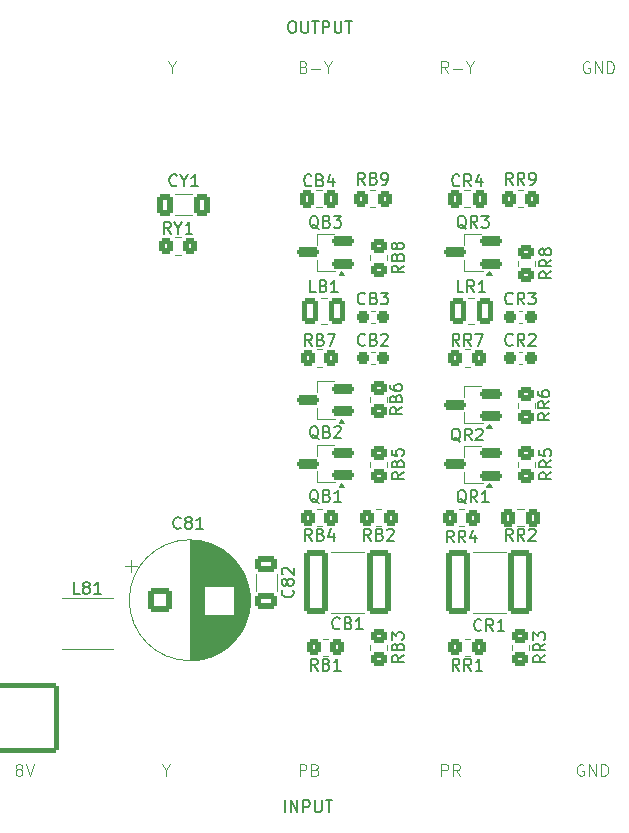
<source format=gto>
%TF.GenerationSoftware,KiCad,Pcbnew,9.0.4*%
%TF.CreationDate,2025-09-14T16:42:59+08:00*%
%TF.ProjectId,YUV Circuit,59555620-4369-4726-9375-69742e6b6963,rev?*%
%TF.SameCoordinates,Original*%
%TF.FileFunction,Legend,Top*%
%TF.FilePolarity,Positive*%
%FSLAX46Y46*%
G04 Gerber Fmt 4.6, Leading zero omitted, Abs format (unit mm)*
G04 Created by KiCad (PCBNEW 9.0.4) date 2025-09-14 16:42:59*
%MOMM*%
%LPD*%
G01*
G04 APERTURE LIST*
G04 Aperture macros list*
%AMRoundRect*
0 Rectangle with rounded corners*
0 $1 Rounding radius*
0 $2 $3 $4 $5 $6 $7 $8 $9 X,Y pos of 4 corners*
0 Add a 4 corners polygon primitive as box body*
4,1,4,$2,$3,$4,$5,$6,$7,$8,$9,$2,$3,0*
0 Add four circle primitives for the rounded corners*
1,1,$1+$1,$2,$3*
1,1,$1+$1,$4,$5*
1,1,$1+$1,$6,$7*
1,1,$1+$1,$8,$9*
0 Add four rect primitives between the rounded corners*
20,1,$1+$1,$2,$3,$4,$5,0*
20,1,$1+$1,$4,$5,$6,$7,0*
20,1,$1+$1,$6,$7,$8,$9,0*
20,1,$1+$1,$8,$9,$2,$3,0*%
G04 Aperture macros list end*
%ADD10C,0.100000*%
%ADD11C,0.150000*%
%ADD12C,0.120000*%
%ADD13C,6.000000*%
%ADD14RoundRect,0.250002X-2.749998X-2.749998X2.749998X-2.749998X2.749998X2.749998X-2.749998X2.749998X0*%
%ADD15RoundRect,0.250000X0.350000X0.450000X-0.350000X0.450000X-0.350000X-0.450000X0.350000X-0.450000X0*%
%ADD16RoundRect,0.250000X-0.450000X0.350000X-0.450000X-0.350000X0.450000X-0.350000X0.450000X0.350000X0*%
%ADD17RoundRect,0.249999X0.737501X2.450001X-0.737501X2.450001X-0.737501X-2.450001X0.737501X-2.450001X0*%
%ADD18RoundRect,0.250000X-0.337500X-0.475000X0.337500X-0.475000X0.337500X0.475000X-0.337500X0.475000X0*%
%ADD19R,0.980000X3.400000*%
%ADD20RoundRect,0.250000X-0.350000X-0.450000X0.350000X-0.450000X0.350000X0.450000X-0.350000X0.450000X0*%
%ADD21RoundRect,0.200000X0.750000X0.200000X-0.750000X0.200000X-0.750000X-0.200000X0.750000X-0.200000X0*%
%ADD22RoundRect,0.250001X-0.462499X-0.849999X0.462499X-0.849999X0.462499X0.849999X-0.462499X0.849999X0*%
%ADD23RoundRect,0.250000X-0.412500X-0.650000X0.412500X-0.650000X0.412500X0.650000X-0.412500X0.650000X0*%
%ADD24RoundRect,0.250000X0.337500X0.475000X-0.337500X0.475000X-0.337500X-0.475000X0.337500X-0.475000X0*%
%ADD25RoundRect,0.237500X0.300000X0.237500X-0.300000X0.237500X-0.300000X-0.237500X0.300000X-0.237500X0*%
%ADD26RoundRect,0.250000X-0.650000X0.412500X-0.650000X-0.412500X0.650000X-0.412500X0.650000X0.412500X0*%
%ADD27RoundRect,0.250000X-0.750000X-0.750000X0.750000X-0.750000X0.750000X0.750000X-0.750000X0.750000X0*%
%ADD28C,2.000000*%
G04 APERTURE END LIST*
D10*
X193827693Y-81420038D02*
X193732455Y-81372419D01*
X193732455Y-81372419D02*
X193589598Y-81372419D01*
X193589598Y-81372419D02*
X193446741Y-81420038D01*
X193446741Y-81420038D02*
X193351503Y-81515276D01*
X193351503Y-81515276D02*
X193303884Y-81610514D01*
X193303884Y-81610514D02*
X193256265Y-81800990D01*
X193256265Y-81800990D02*
X193256265Y-81943847D01*
X193256265Y-81943847D02*
X193303884Y-82134323D01*
X193303884Y-82134323D02*
X193351503Y-82229561D01*
X193351503Y-82229561D02*
X193446741Y-82324800D01*
X193446741Y-82324800D02*
X193589598Y-82372419D01*
X193589598Y-82372419D02*
X193684836Y-82372419D01*
X193684836Y-82372419D02*
X193827693Y-82324800D01*
X193827693Y-82324800D02*
X193875312Y-82277180D01*
X193875312Y-82277180D02*
X193875312Y-81943847D01*
X193875312Y-81943847D02*
X193684836Y-81943847D01*
X194303884Y-82372419D02*
X194303884Y-81372419D01*
X194303884Y-81372419D02*
X194875312Y-82372419D01*
X194875312Y-82372419D02*
X194875312Y-81372419D01*
X195351503Y-82372419D02*
X195351503Y-81372419D01*
X195351503Y-81372419D02*
X195589598Y-81372419D01*
X195589598Y-81372419D02*
X195732455Y-81420038D01*
X195732455Y-81420038D02*
X195827693Y-81515276D01*
X195827693Y-81515276D02*
X195875312Y-81610514D01*
X195875312Y-81610514D02*
X195922931Y-81800990D01*
X195922931Y-81800990D02*
X195922931Y-81943847D01*
X195922931Y-81943847D02*
X195875312Y-82134323D01*
X195875312Y-82134323D02*
X195827693Y-82229561D01*
X195827693Y-82229561D02*
X195732455Y-82324800D01*
X195732455Y-82324800D02*
X195589598Y-82372419D01*
X195589598Y-82372419D02*
X195351503Y-82372419D01*
X181875312Y-82372419D02*
X181541979Y-81896228D01*
X181303884Y-82372419D02*
X181303884Y-81372419D01*
X181303884Y-81372419D02*
X181684836Y-81372419D01*
X181684836Y-81372419D02*
X181780074Y-81420038D01*
X181780074Y-81420038D02*
X181827693Y-81467657D01*
X181827693Y-81467657D02*
X181875312Y-81562895D01*
X181875312Y-81562895D02*
X181875312Y-81705752D01*
X181875312Y-81705752D02*
X181827693Y-81800990D01*
X181827693Y-81800990D02*
X181780074Y-81848609D01*
X181780074Y-81848609D02*
X181684836Y-81896228D01*
X181684836Y-81896228D02*
X181303884Y-81896228D01*
X182303884Y-81991466D02*
X183065789Y-81991466D01*
X183732455Y-81896228D02*
X183732455Y-82372419D01*
X183399122Y-81372419D02*
X183732455Y-81896228D01*
X183732455Y-81896228D02*
X184065788Y-81372419D01*
X169637217Y-81848609D02*
X169780074Y-81896228D01*
X169780074Y-81896228D02*
X169827693Y-81943847D01*
X169827693Y-81943847D02*
X169875312Y-82039085D01*
X169875312Y-82039085D02*
X169875312Y-82181942D01*
X169875312Y-82181942D02*
X169827693Y-82277180D01*
X169827693Y-82277180D02*
X169780074Y-82324800D01*
X169780074Y-82324800D02*
X169684836Y-82372419D01*
X169684836Y-82372419D02*
X169303884Y-82372419D01*
X169303884Y-82372419D02*
X169303884Y-81372419D01*
X169303884Y-81372419D02*
X169637217Y-81372419D01*
X169637217Y-81372419D02*
X169732455Y-81420038D01*
X169732455Y-81420038D02*
X169780074Y-81467657D01*
X169780074Y-81467657D02*
X169827693Y-81562895D01*
X169827693Y-81562895D02*
X169827693Y-81658133D01*
X169827693Y-81658133D02*
X169780074Y-81753371D01*
X169780074Y-81753371D02*
X169732455Y-81800990D01*
X169732455Y-81800990D02*
X169637217Y-81848609D01*
X169637217Y-81848609D02*
X169303884Y-81848609D01*
X170303884Y-81991466D02*
X171065789Y-81991466D01*
X171732455Y-81896228D02*
X171732455Y-82372419D01*
X171399122Y-81372419D02*
X171732455Y-81896228D01*
X171732455Y-81896228D02*
X172065788Y-81372419D01*
X158494360Y-81896228D02*
X158494360Y-82372419D01*
X158161027Y-81372419D02*
X158494360Y-81896228D01*
X158494360Y-81896228D02*
X158827693Y-81372419D01*
X193327693Y-140920038D02*
X193232455Y-140872419D01*
X193232455Y-140872419D02*
X193089598Y-140872419D01*
X193089598Y-140872419D02*
X192946741Y-140920038D01*
X192946741Y-140920038D02*
X192851503Y-141015276D01*
X192851503Y-141015276D02*
X192803884Y-141110514D01*
X192803884Y-141110514D02*
X192756265Y-141300990D01*
X192756265Y-141300990D02*
X192756265Y-141443847D01*
X192756265Y-141443847D02*
X192803884Y-141634323D01*
X192803884Y-141634323D02*
X192851503Y-141729561D01*
X192851503Y-141729561D02*
X192946741Y-141824800D01*
X192946741Y-141824800D02*
X193089598Y-141872419D01*
X193089598Y-141872419D02*
X193184836Y-141872419D01*
X193184836Y-141872419D02*
X193327693Y-141824800D01*
X193327693Y-141824800D02*
X193375312Y-141777180D01*
X193375312Y-141777180D02*
X193375312Y-141443847D01*
X193375312Y-141443847D02*
X193184836Y-141443847D01*
X193803884Y-141872419D02*
X193803884Y-140872419D01*
X193803884Y-140872419D02*
X194375312Y-141872419D01*
X194375312Y-141872419D02*
X194375312Y-140872419D01*
X194851503Y-141872419D02*
X194851503Y-140872419D01*
X194851503Y-140872419D02*
X195089598Y-140872419D01*
X195089598Y-140872419D02*
X195232455Y-140920038D01*
X195232455Y-140920038D02*
X195327693Y-141015276D01*
X195327693Y-141015276D02*
X195375312Y-141110514D01*
X195375312Y-141110514D02*
X195422931Y-141300990D01*
X195422931Y-141300990D02*
X195422931Y-141443847D01*
X195422931Y-141443847D02*
X195375312Y-141634323D01*
X195375312Y-141634323D02*
X195327693Y-141729561D01*
X195327693Y-141729561D02*
X195232455Y-141824800D01*
X195232455Y-141824800D02*
X195089598Y-141872419D01*
X195089598Y-141872419D02*
X194851503Y-141872419D01*
X181303884Y-141872419D02*
X181303884Y-140872419D01*
X181303884Y-140872419D02*
X181684836Y-140872419D01*
X181684836Y-140872419D02*
X181780074Y-140920038D01*
X181780074Y-140920038D02*
X181827693Y-140967657D01*
X181827693Y-140967657D02*
X181875312Y-141062895D01*
X181875312Y-141062895D02*
X181875312Y-141205752D01*
X181875312Y-141205752D02*
X181827693Y-141300990D01*
X181827693Y-141300990D02*
X181780074Y-141348609D01*
X181780074Y-141348609D02*
X181684836Y-141396228D01*
X181684836Y-141396228D02*
X181303884Y-141396228D01*
X182875312Y-141872419D02*
X182541979Y-141396228D01*
X182303884Y-141872419D02*
X182303884Y-140872419D01*
X182303884Y-140872419D02*
X182684836Y-140872419D01*
X182684836Y-140872419D02*
X182780074Y-140920038D01*
X182780074Y-140920038D02*
X182827693Y-140967657D01*
X182827693Y-140967657D02*
X182875312Y-141062895D01*
X182875312Y-141062895D02*
X182875312Y-141205752D01*
X182875312Y-141205752D02*
X182827693Y-141300990D01*
X182827693Y-141300990D02*
X182780074Y-141348609D01*
X182780074Y-141348609D02*
X182684836Y-141396228D01*
X182684836Y-141396228D02*
X182303884Y-141396228D01*
X169303884Y-141872419D02*
X169303884Y-140872419D01*
X169303884Y-140872419D02*
X169684836Y-140872419D01*
X169684836Y-140872419D02*
X169780074Y-140920038D01*
X169780074Y-140920038D02*
X169827693Y-140967657D01*
X169827693Y-140967657D02*
X169875312Y-141062895D01*
X169875312Y-141062895D02*
X169875312Y-141205752D01*
X169875312Y-141205752D02*
X169827693Y-141300990D01*
X169827693Y-141300990D02*
X169780074Y-141348609D01*
X169780074Y-141348609D02*
X169684836Y-141396228D01*
X169684836Y-141396228D02*
X169303884Y-141396228D01*
X170637217Y-141348609D02*
X170780074Y-141396228D01*
X170780074Y-141396228D02*
X170827693Y-141443847D01*
X170827693Y-141443847D02*
X170875312Y-141539085D01*
X170875312Y-141539085D02*
X170875312Y-141681942D01*
X170875312Y-141681942D02*
X170827693Y-141777180D01*
X170827693Y-141777180D02*
X170780074Y-141824800D01*
X170780074Y-141824800D02*
X170684836Y-141872419D01*
X170684836Y-141872419D02*
X170303884Y-141872419D01*
X170303884Y-141872419D02*
X170303884Y-140872419D01*
X170303884Y-140872419D02*
X170637217Y-140872419D01*
X170637217Y-140872419D02*
X170732455Y-140920038D01*
X170732455Y-140920038D02*
X170780074Y-140967657D01*
X170780074Y-140967657D02*
X170827693Y-141062895D01*
X170827693Y-141062895D02*
X170827693Y-141158133D01*
X170827693Y-141158133D02*
X170780074Y-141253371D01*
X170780074Y-141253371D02*
X170732455Y-141300990D01*
X170732455Y-141300990D02*
X170637217Y-141348609D01*
X170637217Y-141348609D02*
X170303884Y-141348609D01*
X157994360Y-141396228D02*
X157994360Y-141872419D01*
X157661027Y-140872419D02*
X157994360Y-141396228D01*
X157994360Y-141396228D02*
X158327693Y-140872419D01*
X145446741Y-141300990D02*
X145351503Y-141253371D01*
X145351503Y-141253371D02*
X145303884Y-141205752D01*
X145303884Y-141205752D02*
X145256265Y-141110514D01*
X145256265Y-141110514D02*
X145256265Y-141062895D01*
X145256265Y-141062895D02*
X145303884Y-140967657D01*
X145303884Y-140967657D02*
X145351503Y-140920038D01*
X145351503Y-140920038D02*
X145446741Y-140872419D01*
X145446741Y-140872419D02*
X145637217Y-140872419D01*
X145637217Y-140872419D02*
X145732455Y-140920038D01*
X145732455Y-140920038D02*
X145780074Y-140967657D01*
X145780074Y-140967657D02*
X145827693Y-141062895D01*
X145827693Y-141062895D02*
X145827693Y-141110514D01*
X145827693Y-141110514D02*
X145780074Y-141205752D01*
X145780074Y-141205752D02*
X145732455Y-141253371D01*
X145732455Y-141253371D02*
X145637217Y-141300990D01*
X145637217Y-141300990D02*
X145446741Y-141300990D01*
X145446741Y-141300990D02*
X145351503Y-141348609D01*
X145351503Y-141348609D02*
X145303884Y-141396228D01*
X145303884Y-141396228D02*
X145256265Y-141491466D01*
X145256265Y-141491466D02*
X145256265Y-141681942D01*
X145256265Y-141681942D02*
X145303884Y-141777180D01*
X145303884Y-141777180D02*
X145351503Y-141824800D01*
X145351503Y-141824800D02*
X145446741Y-141872419D01*
X145446741Y-141872419D02*
X145637217Y-141872419D01*
X145637217Y-141872419D02*
X145732455Y-141824800D01*
X145732455Y-141824800D02*
X145780074Y-141777180D01*
X145780074Y-141777180D02*
X145827693Y-141681942D01*
X145827693Y-141681942D02*
X145827693Y-141491466D01*
X145827693Y-141491466D02*
X145780074Y-141396228D01*
X145780074Y-141396228D02*
X145732455Y-141348609D01*
X145732455Y-141348609D02*
X145637217Y-141300990D01*
X146113408Y-140872419D02*
X146446741Y-141872419D01*
X146446741Y-141872419D02*
X146780074Y-140872419D01*
D11*
X168071429Y-144954819D02*
X168071429Y-143954819D01*
X168547619Y-144954819D02*
X168547619Y-143954819D01*
X168547619Y-143954819D02*
X169119047Y-144954819D01*
X169119047Y-144954819D02*
X169119047Y-143954819D01*
X169595238Y-144954819D02*
X169595238Y-143954819D01*
X169595238Y-143954819D02*
X169976190Y-143954819D01*
X169976190Y-143954819D02*
X170071428Y-144002438D01*
X170071428Y-144002438D02*
X170119047Y-144050057D01*
X170119047Y-144050057D02*
X170166666Y-144145295D01*
X170166666Y-144145295D02*
X170166666Y-144288152D01*
X170166666Y-144288152D02*
X170119047Y-144383390D01*
X170119047Y-144383390D02*
X170071428Y-144431009D01*
X170071428Y-144431009D02*
X169976190Y-144478628D01*
X169976190Y-144478628D02*
X169595238Y-144478628D01*
X170595238Y-143954819D02*
X170595238Y-144764342D01*
X170595238Y-144764342D02*
X170642857Y-144859580D01*
X170642857Y-144859580D02*
X170690476Y-144907200D01*
X170690476Y-144907200D02*
X170785714Y-144954819D01*
X170785714Y-144954819D02*
X170976190Y-144954819D01*
X170976190Y-144954819D02*
X171071428Y-144907200D01*
X171071428Y-144907200D02*
X171119047Y-144859580D01*
X171119047Y-144859580D02*
X171166666Y-144764342D01*
X171166666Y-144764342D02*
X171166666Y-143954819D01*
X171500000Y-143954819D02*
X172071428Y-143954819D01*
X171785714Y-144954819D02*
X171785714Y-143954819D01*
X182833333Y-105454819D02*
X182500000Y-104978628D01*
X182261905Y-105454819D02*
X182261905Y-104454819D01*
X182261905Y-104454819D02*
X182642857Y-104454819D01*
X182642857Y-104454819D02*
X182738095Y-104502438D01*
X182738095Y-104502438D02*
X182785714Y-104550057D01*
X182785714Y-104550057D02*
X182833333Y-104645295D01*
X182833333Y-104645295D02*
X182833333Y-104788152D01*
X182833333Y-104788152D02*
X182785714Y-104883390D01*
X182785714Y-104883390D02*
X182738095Y-104931009D01*
X182738095Y-104931009D02*
X182642857Y-104978628D01*
X182642857Y-104978628D02*
X182261905Y-104978628D01*
X183833333Y-105454819D02*
X183500000Y-104978628D01*
X183261905Y-105454819D02*
X183261905Y-104454819D01*
X183261905Y-104454819D02*
X183642857Y-104454819D01*
X183642857Y-104454819D02*
X183738095Y-104502438D01*
X183738095Y-104502438D02*
X183785714Y-104550057D01*
X183785714Y-104550057D02*
X183833333Y-104645295D01*
X183833333Y-104645295D02*
X183833333Y-104788152D01*
X183833333Y-104788152D02*
X183785714Y-104883390D01*
X183785714Y-104883390D02*
X183738095Y-104931009D01*
X183738095Y-104931009D02*
X183642857Y-104978628D01*
X183642857Y-104978628D02*
X183261905Y-104978628D01*
X184166667Y-104454819D02*
X184833333Y-104454819D01*
X184833333Y-104454819D02*
X184404762Y-105454819D01*
X190604819Y-99166666D02*
X190128628Y-99499999D01*
X190604819Y-99738094D02*
X189604819Y-99738094D01*
X189604819Y-99738094D02*
X189604819Y-99357142D01*
X189604819Y-99357142D02*
X189652438Y-99261904D01*
X189652438Y-99261904D02*
X189700057Y-99214285D01*
X189700057Y-99214285D02*
X189795295Y-99166666D01*
X189795295Y-99166666D02*
X189938152Y-99166666D01*
X189938152Y-99166666D02*
X190033390Y-99214285D01*
X190033390Y-99214285D02*
X190081009Y-99261904D01*
X190081009Y-99261904D02*
X190128628Y-99357142D01*
X190128628Y-99357142D02*
X190128628Y-99738094D01*
X190604819Y-98166666D02*
X190128628Y-98499999D01*
X190604819Y-98738094D02*
X189604819Y-98738094D01*
X189604819Y-98738094D02*
X189604819Y-98357142D01*
X189604819Y-98357142D02*
X189652438Y-98261904D01*
X189652438Y-98261904D02*
X189700057Y-98214285D01*
X189700057Y-98214285D02*
X189795295Y-98166666D01*
X189795295Y-98166666D02*
X189938152Y-98166666D01*
X189938152Y-98166666D02*
X190033390Y-98214285D01*
X190033390Y-98214285D02*
X190081009Y-98261904D01*
X190081009Y-98261904D02*
X190128628Y-98357142D01*
X190128628Y-98357142D02*
X190128628Y-98738094D01*
X190033390Y-97595237D02*
X189985771Y-97690475D01*
X189985771Y-97690475D02*
X189938152Y-97738094D01*
X189938152Y-97738094D02*
X189842914Y-97785713D01*
X189842914Y-97785713D02*
X189795295Y-97785713D01*
X189795295Y-97785713D02*
X189700057Y-97738094D01*
X189700057Y-97738094D02*
X189652438Y-97690475D01*
X189652438Y-97690475D02*
X189604819Y-97595237D01*
X189604819Y-97595237D02*
X189604819Y-97404761D01*
X189604819Y-97404761D02*
X189652438Y-97309523D01*
X189652438Y-97309523D02*
X189700057Y-97261904D01*
X189700057Y-97261904D02*
X189795295Y-97214285D01*
X189795295Y-97214285D02*
X189842914Y-97214285D01*
X189842914Y-97214285D02*
X189938152Y-97261904D01*
X189938152Y-97261904D02*
X189985771Y-97309523D01*
X189985771Y-97309523D02*
X190033390Y-97404761D01*
X190033390Y-97404761D02*
X190033390Y-97595237D01*
X190033390Y-97595237D02*
X190081009Y-97690475D01*
X190081009Y-97690475D02*
X190128628Y-97738094D01*
X190128628Y-97738094D02*
X190223866Y-97785713D01*
X190223866Y-97785713D02*
X190414342Y-97785713D01*
X190414342Y-97785713D02*
X190509580Y-97738094D01*
X190509580Y-97738094D02*
X190557200Y-97690475D01*
X190557200Y-97690475D02*
X190604819Y-97595237D01*
X190604819Y-97595237D02*
X190604819Y-97404761D01*
X190604819Y-97404761D02*
X190557200Y-97309523D01*
X190557200Y-97309523D02*
X190509580Y-97261904D01*
X190509580Y-97261904D02*
X190414342Y-97214285D01*
X190414342Y-97214285D02*
X190223866Y-97214285D01*
X190223866Y-97214285D02*
X190128628Y-97261904D01*
X190128628Y-97261904D02*
X190081009Y-97309523D01*
X190081009Y-97309523D02*
X190033390Y-97404761D01*
X184695833Y-129497080D02*
X184648214Y-129544700D01*
X184648214Y-129544700D02*
X184505357Y-129592319D01*
X184505357Y-129592319D02*
X184410119Y-129592319D01*
X184410119Y-129592319D02*
X184267262Y-129544700D01*
X184267262Y-129544700D02*
X184172024Y-129449461D01*
X184172024Y-129449461D02*
X184124405Y-129354223D01*
X184124405Y-129354223D02*
X184076786Y-129163747D01*
X184076786Y-129163747D02*
X184076786Y-129020890D01*
X184076786Y-129020890D02*
X184124405Y-128830414D01*
X184124405Y-128830414D02*
X184172024Y-128735176D01*
X184172024Y-128735176D02*
X184267262Y-128639938D01*
X184267262Y-128639938D02*
X184410119Y-128592319D01*
X184410119Y-128592319D02*
X184505357Y-128592319D01*
X184505357Y-128592319D02*
X184648214Y-128639938D01*
X184648214Y-128639938D02*
X184695833Y-128687557D01*
X185695833Y-129592319D02*
X185362500Y-129116128D01*
X185124405Y-129592319D02*
X185124405Y-128592319D01*
X185124405Y-128592319D02*
X185505357Y-128592319D01*
X185505357Y-128592319D02*
X185600595Y-128639938D01*
X185600595Y-128639938D02*
X185648214Y-128687557D01*
X185648214Y-128687557D02*
X185695833Y-128782795D01*
X185695833Y-128782795D02*
X185695833Y-128925652D01*
X185695833Y-128925652D02*
X185648214Y-129020890D01*
X185648214Y-129020890D02*
X185600595Y-129068509D01*
X185600595Y-129068509D02*
X185505357Y-129116128D01*
X185505357Y-129116128D02*
X185124405Y-129116128D01*
X186648214Y-129592319D02*
X186076786Y-129592319D01*
X186362500Y-129592319D02*
X186362500Y-128592319D01*
X186362500Y-128592319D02*
X186267262Y-128735176D01*
X186267262Y-128735176D02*
X186172024Y-128830414D01*
X186172024Y-128830414D02*
X186076786Y-128878033D01*
X187333333Y-121954819D02*
X187000000Y-121478628D01*
X186761905Y-121954819D02*
X186761905Y-120954819D01*
X186761905Y-120954819D02*
X187142857Y-120954819D01*
X187142857Y-120954819D02*
X187238095Y-121002438D01*
X187238095Y-121002438D02*
X187285714Y-121050057D01*
X187285714Y-121050057D02*
X187333333Y-121145295D01*
X187333333Y-121145295D02*
X187333333Y-121288152D01*
X187333333Y-121288152D02*
X187285714Y-121383390D01*
X187285714Y-121383390D02*
X187238095Y-121431009D01*
X187238095Y-121431009D02*
X187142857Y-121478628D01*
X187142857Y-121478628D02*
X186761905Y-121478628D01*
X188333333Y-121954819D02*
X188000000Y-121478628D01*
X187761905Y-121954819D02*
X187761905Y-120954819D01*
X187761905Y-120954819D02*
X188142857Y-120954819D01*
X188142857Y-120954819D02*
X188238095Y-121002438D01*
X188238095Y-121002438D02*
X188285714Y-121050057D01*
X188285714Y-121050057D02*
X188333333Y-121145295D01*
X188333333Y-121145295D02*
X188333333Y-121288152D01*
X188333333Y-121288152D02*
X188285714Y-121383390D01*
X188285714Y-121383390D02*
X188238095Y-121431009D01*
X188238095Y-121431009D02*
X188142857Y-121478628D01*
X188142857Y-121478628D02*
X187761905Y-121478628D01*
X188714286Y-121050057D02*
X188761905Y-121002438D01*
X188761905Y-121002438D02*
X188857143Y-120954819D01*
X188857143Y-120954819D02*
X189095238Y-120954819D01*
X189095238Y-120954819D02*
X189190476Y-121002438D01*
X189190476Y-121002438D02*
X189238095Y-121050057D01*
X189238095Y-121050057D02*
X189285714Y-121145295D01*
X189285714Y-121145295D02*
X189285714Y-121240533D01*
X189285714Y-121240533D02*
X189238095Y-121383390D01*
X189238095Y-121383390D02*
X188666667Y-121954819D01*
X188666667Y-121954819D02*
X189285714Y-121954819D01*
X150672142Y-126454819D02*
X150195952Y-126454819D01*
X150195952Y-126454819D02*
X150195952Y-125454819D01*
X151148333Y-125883390D02*
X151053095Y-125835771D01*
X151053095Y-125835771D02*
X151005476Y-125788152D01*
X151005476Y-125788152D02*
X150957857Y-125692914D01*
X150957857Y-125692914D02*
X150957857Y-125645295D01*
X150957857Y-125645295D02*
X151005476Y-125550057D01*
X151005476Y-125550057D02*
X151053095Y-125502438D01*
X151053095Y-125502438D02*
X151148333Y-125454819D01*
X151148333Y-125454819D02*
X151338809Y-125454819D01*
X151338809Y-125454819D02*
X151434047Y-125502438D01*
X151434047Y-125502438D02*
X151481666Y-125550057D01*
X151481666Y-125550057D02*
X151529285Y-125645295D01*
X151529285Y-125645295D02*
X151529285Y-125692914D01*
X151529285Y-125692914D02*
X151481666Y-125788152D01*
X151481666Y-125788152D02*
X151434047Y-125835771D01*
X151434047Y-125835771D02*
X151338809Y-125883390D01*
X151338809Y-125883390D02*
X151148333Y-125883390D01*
X151148333Y-125883390D02*
X151053095Y-125931009D01*
X151053095Y-125931009D02*
X151005476Y-125978628D01*
X151005476Y-125978628D02*
X150957857Y-126073866D01*
X150957857Y-126073866D02*
X150957857Y-126264342D01*
X150957857Y-126264342D02*
X151005476Y-126359580D01*
X151005476Y-126359580D02*
X151053095Y-126407200D01*
X151053095Y-126407200D02*
X151148333Y-126454819D01*
X151148333Y-126454819D02*
X151338809Y-126454819D01*
X151338809Y-126454819D02*
X151434047Y-126407200D01*
X151434047Y-126407200D02*
X151481666Y-126359580D01*
X151481666Y-126359580D02*
X151529285Y-126264342D01*
X151529285Y-126264342D02*
X151529285Y-126073866D01*
X151529285Y-126073866D02*
X151481666Y-125978628D01*
X151481666Y-125978628D02*
X151434047Y-125931009D01*
X151434047Y-125931009D02*
X151338809Y-125883390D01*
X152481666Y-126454819D02*
X151910238Y-126454819D01*
X152195952Y-126454819D02*
X152195952Y-125454819D01*
X152195952Y-125454819D02*
X152100714Y-125597676D01*
X152100714Y-125597676D02*
X152005476Y-125692914D01*
X152005476Y-125692914D02*
X151910238Y-125740533D01*
X158404761Y-95954819D02*
X158071428Y-95478628D01*
X157833333Y-95954819D02*
X157833333Y-94954819D01*
X157833333Y-94954819D02*
X158214285Y-94954819D01*
X158214285Y-94954819D02*
X158309523Y-95002438D01*
X158309523Y-95002438D02*
X158357142Y-95050057D01*
X158357142Y-95050057D02*
X158404761Y-95145295D01*
X158404761Y-95145295D02*
X158404761Y-95288152D01*
X158404761Y-95288152D02*
X158357142Y-95383390D01*
X158357142Y-95383390D02*
X158309523Y-95431009D01*
X158309523Y-95431009D02*
X158214285Y-95478628D01*
X158214285Y-95478628D02*
X157833333Y-95478628D01*
X159023809Y-95478628D02*
X159023809Y-95954819D01*
X158690476Y-94954819D02*
X159023809Y-95478628D01*
X159023809Y-95478628D02*
X159357142Y-94954819D01*
X160214285Y-95954819D02*
X159642857Y-95954819D01*
X159928571Y-95954819D02*
X159928571Y-94954819D01*
X159928571Y-94954819D02*
X159833333Y-95097676D01*
X159833333Y-95097676D02*
X159738095Y-95192914D01*
X159738095Y-95192914D02*
X159642857Y-95240533D01*
X182833333Y-132954819D02*
X182500000Y-132478628D01*
X182261905Y-132954819D02*
X182261905Y-131954819D01*
X182261905Y-131954819D02*
X182642857Y-131954819D01*
X182642857Y-131954819D02*
X182738095Y-132002438D01*
X182738095Y-132002438D02*
X182785714Y-132050057D01*
X182785714Y-132050057D02*
X182833333Y-132145295D01*
X182833333Y-132145295D02*
X182833333Y-132288152D01*
X182833333Y-132288152D02*
X182785714Y-132383390D01*
X182785714Y-132383390D02*
X182738095Y-132431009D01*
X182738095Y-132431009D02*
X182642857Y-132478628D01*
X182642857Y-132478628D02*
X182261905Y-132478628D01*
X183833333Y-132954819D02*
X183500000Y-132478628D01*
X183261905Y-132954819D02*
X183261905Y-131954819D01*
X183261905Y-131954819D02*
X183642857Y-131954819D01*
X183642857Y-131954819D02*
X183738095Y-132002438D01*
X183738095Y-132002438D02*
X183785714Y-132050057D01*
X183785714Y-132050057D02*
X183833333Y-132145295D01*
X183833333Y-132145295D02*
X183833333Y-132288152D01*
X183833333Y-132288152D02*
X183785714Y-132383390D01*
X183785714Y-132383390D02*
X183738095Y-132431009D01*
X183738095Y-132431009D02*
X183642857Y-132478628D01*
X183642857Y-132478628D02*
X183261905Y-132478628D01*
X184785714Y-132954819D02*
X184214286Y-132954819D01*
X184500000Y-132954819D02*
X184500000Y-131954819D01*
X184500000Y-131954819D02*
X184404762Y-132097676D01*
X184404762Y-132097676D02*
X184309524Y-132192914D01*
X184309524Y-132192914D02*
X184214286Y-132240533D01*
X168595238Y-77954819D02*
X168785714Y-77954819D01*
X168785714Y-77954819D02*
X168880952Y-78002438D01*
X168880952Y-78002438D02*
X168976190Y-78097676D01*
X168976190Y-78097676D02*
X169023809Y-78288152D01*
X169023809Y-78288152D02*
X169023809Y-78621485D01*
X169023809Y-78621485D02*
X168976190Y-78811961D01*
X168976190Y-78811961D02*
X168880952Y-78907200D01*
X168880952Y-78907200D02*
X168785714Y-78954819D01*
X168785714Y-78954819D02*
X168595238Y-78954819D01*
X168595238Y-78954819D02*
X168500000Y-78907200D01*
X168500000Y-78907200D02*
X168404762Y-78811961D01*
X168404762Y-78811961D02*
X168357143Y-78621485D01*
X168357143Y-78621485D02*
X168357143Y-78288152D01*
X168357143Y-78288152D02*
X168404762Y-78097676D01*
X168404762Y-78097676D02*
X168500000Y-78002438D01*
X168500000Y-78002438D02*
X168595238Y-77954819D01*
X169452381Y-77954819D02*
X169452381Y-78764342D01*
X169452381Y-78764342D02*
X169500000Y-78859580D01*
X169500000Y-78859580D02*
X169547619Y-78907200D01*
X169547619Y-78907200D02*
X169642857Y-78954819D01*
X169642857Y-78954819D02*
X169833333Y-78954819D01*
X169833333Y-78954819D02*
X169928571Y-78907200D01*
X169928571Y-78907200D02*
X169976190Y-78859580D01*
X169976190Y-78859580D02*
X170023809Y-78764342D01*
X170023809Y-78764342D02*
X170023809Y-77954819D01*
X170357143Y-77954819D02*
X170928571Y-77954819D01*
X170642857Y-78954819D02*
X170642857Y-77954819D01*
X171261905Y-78954819D02*
X171261905Y-77954819D01*
X171261905Y-77954819D02*
X171642857Y-77954819D01*
X171642857Y-77954819D02*
X171738095Y-78002438D01*
X171738095Y-78002438D02*
X171785714Y-78050057D01*
X171785714Y-78050057D02*
X171833333Y-78145295D01*
X171833333Y-78145295D02*
X171833333Y-78288152D01*
X171833333Y-78288152D02*
X171785714Y-78383390D01*
X171785714Y-78383390D02*
X171738095Y-78431009D01*
X171738095Y-78431009D02*
X171642857Y-78478628D01*
X171642857Y-78478628D02*
X171261905Y-78478628D01*
X172261905Y-77954819D02*
X172261905Y-78764342D01*
X172261905Y-78764342D02*
X172309524Y-78859580D01*
X172309524Y-78859580D02*
X172357143Y-78907200D01*
X172357143Y-78907200D02*
X172452381Y-78954819D01*
X172452381Y-78954819D02*
X172642857Y-78954819D01*
X172642857Y-78954819D02*
X172738095Y-78907200D01*
X172738095Y-78907200D02*
X172785714Y-78859580D01*
X172785714Y-78859580D02*
X172833333Y-78764342D01*
X172833333Y-78764342D02*
X172833333Y-77954819D01*
X173166667Y-77954819D02*
X173738095Y-77954819D01*
X173452381Y-78954819D02*
X173452381Y-77954819D01*
X187333333Y-91804819D02*
X187000000Y-91328628D01*
X186761905Y-91804819D02*
X186761905Y-90804819D01*
X186761905Y-90804819D02*
X187142857Y-90804819D01*
X187142857Y-90804819D02*
X187238095Y-90852438D01*
X187238095Y-90852438D02*
X187285714Y-90900057D01*
X187285714Y-90900057D02*
X187333333Y-90995295D01*
X187333333Y-90995295D02*
X187333333Y-91138152D01*
X187333333Y-91138152D02*
X187285714Y-91233390D01*
X187285714Y-91233390D02*
X187238095Y-91281009D01*
X187238095Y-91281009D02*
X187142857Y-91328628D01*
X187142857Y-91328628D02*
X186761905Y-91328628D01*
X188333333Y-91804819D02*
X188000000Y-91328628D01*
X187761905Y-91804819D02*
X187761905Y-90804819D01*
X187761905Y-90804819D02*
X188142857Y-90804819D01*
X188142857Y-90804819D02*
X188238095Y-90852438D01*
X188238095Y-90852438D02*
X188285714Y-90900057D01*
X188285714Y-90900057D02*
X188333333Y-90995295D01*
X188333333Y-90995295D02*
X188333333Y-91138152D01*
X188333333Y-91138152D02*
X188285714Y-91233390D01*
X188285714Y-91233390D02*
X188238095Y-91281009D01*
X188238095Y-91281009D02*
X188142857Y-91328628D01*
X188142857Y-91328628D02*
X187761905Y-91328628D01*
X188809524Y-91804819D02*
X189000000Y-91804819D01*
X189000000Y-91804819D02*
X189095238Y-91757200D01*
X189095238Y-91757200D02*
X189142857Y-91709580D01*
X189142857Y-91709580D02*
X189238095Y-91566723D01*
X189238095Y-91566723D02*
X189285714Y-91376247D01*
X189285714Y-91376247D02*
X189285714Y-90995295D01*
X189285714Y-90995295D02*
X189238095Y-90900057D01*
X189238095Y-90900057D02*
X189190476Y-90852438D01*
X189190476Y-90852438D02*
X189095238Y-90804819D01*
X189095238Y-90804819D02*
X188904762Y-90804819D01*
X188904762Y-90804819D02*
X188809524Y-90852438D01*
X188809524Y-90852438D02*
X188761905Y-90900057D01*
X188761905Y-90900057D02*
X188714286Y-90995295D01*
X188714286Y-90995295D02*
X188714286Y-91233390D01*
X188714286Y-91233390D02*
X188761905Y-91328628D01*
X188761905Y-91328628D02*
X188809524Y-91376247D01*
X188809524Y-91376247D02*
X188904762Y-91423866D01*
X188904762Y-91423866D02*
X189095238Y-91423866D01*
X189095238Y-91423866D02*
X189190476Y-91376247D01*
X189190476Y-91376247D02*
X189238095Y-91328628D01*
X189238095Y-91328628D02*
X189285714Y-91233390D01*
X190454819Y-111166666D02*
X189978628Y-111499999D01*
X190454819Y-111738094D02*
X189454819Y-111738094D01*
X189454819Y-111738094D02*
X189454819Y-111357142D01*
X189454819Y-111357142D02*
X189502438Y-111261904D01*
X189502438Y-111261904D02*
X189550057Y-111214285D01*
X189550057Y-111214285D02*
X189645295Y-111166666D01*
X189645295Y-111166666D02*
X189788152Y-111166666D01*
X189788152Y-111166666D02*
X189883390Y-111214285D01*
X189883390Y-111214285D02*
X189931009Y-111261904D01*
X189931009Y-111261904D02*
X189978628Y-111357142D01*
X189978628Y-111357142D02*
X189978628Y-111738094D01*
X190454819Y-110166666D02*
X189978628Y-110499999D01*
X190454819Y-110738094D02*
X189454819Y-110738094D01*
X189454819Y-110738094D02*
X189454819Y-110357142D01*
X189454819Y-110357142D02*
X189502438Y-110261904D01*
X189502438Y-110261904D02*
X189550057Y-110214285D01*
X189550057Y-110214285D02*
X189645295Y-110166666D01*
X189645295Y-110166666D02*
X189788152Y-110166666D01*
X189788152Y-110166666D02*
X189883390Y-110214285D01*
X189883390Y-110214285D02*
X189931009Y-110261904D01*
X189931009Y-110261904D02*
X189978628Y-110357142D01*
X189978628Y-110357142D02*
X189978628Y-110738094D01*
X189454819Y-109309523D02*
X189454819Y-109499999D01*
X189454819Y-109499999D02*
X189502438Y-109595237D01*
X189502438Y-109595237D02*
X189550057Y-109642856D01*
X189550057Y-109642856D02*
X189692914Y-109738094D01*
X189692914Y-109738094D02*
X189883390Y-109785713D01*
X189883390Y-109785713D02*
X190264342Y-109785713D01*
X190264342Y-109785713D02*
X190359580Y-109738094D01*
X190359580Y-109738094D02*
X190407200Y-109690475D01*
X190407200Y-109690475D02*
X190454819Y-109595237D01*
X190454819Y-109595237D02*
X190454819Y-109404761D01*
X190454819Y-109404761D02*
X190407200Y-109309523D01*
X190407200Y-109309523D02*
X190359580Y-109261904D01*
X190359580Y-109261904D02*
X190264342Y-109214285D01*
X190264342Y-109214285D02*
X190026247Y-109214285D01*
X190026247Y-109214285D02*
X189931009Y-109261904D01*
X189931009Y-109261904D02*
X189883390Y-109309523D01*
X189883390Y-109309523D02*
X189835771Y-109404761D01*
X189835771Y-109404761D02*
X189835771Y-109595237D01*
X189835771Y-109595237D02*
X189883390Y-109690475D01*
X189883390Y-109690475D02*
X189931009Y-109738094D01*
X189931009Y-109738094D02*
X190026247Y-109785713D01*
X190604819Y-116166666D02*
X190128628Y-116499999D01*
X190604819Y-116738094D02*
X189604819Y-116738094D01*
X189604819Y-116738094D02*
X189604819Y-116357142D01*
X189604819Y-116357142D02*
X189652438Y-116261904D01*
X189652438Y-116261904D02*
X189700057Y-116214285D01*
X189700057Y-116214285D02*
X189795295Y-116166666D01*
X189795295Y-116166666D02*
X189938152Y-116166666D01*
X189938152Y-116166666D02*
X190033390Y-116214285D01*
X190033390Y-116214285D02*
X190081009Y-116261904D01*
X190081009Y-116261904D02*
X190128628Y-116357142D01*
X190128628Y-116357142D02*
X190128628Y-116738094D01*
X190604819Y-115166666D02*
X190128628Y-115499999D01*
X190604819Y-115738094D02*
X189604819Y-115738094D01*
X189604819Y-115738094D02*
X189604819Y-115357142D01*
X189604819Y-115357142D02*
X189652438Y-115261904D01*
X189652438Y-115261904D02*
X189700057Y-115214285D01*
X189700057Y-115214285D02*
X189795295Y-115166666D01*
X189795295Y-115166666D02*
X189938152Y-115166666D01*
X189938152Y-115166666D02*
X190033390Y-115214285D01*
X190033390Y-115214285D02*
X190081009Y-115261904D01*
X190081009Y-115261904D02*
X190128628Y-115357142D01*
X190128628Y-115357142D02*
X190128628Y-115738094D01*
X189604819Y-114261904D02*
X189604819Y-114738094D01*
X189604819Y-114738094D02*
X190081009Y-114785713D01*
X190081009Y-114785713D02*
X190033390Y-114738094D01*
X190033390Y-114738094D02*
X189985771Y-114642856D01*
X189985771Y-114642856D02*
X189985771Y-114404761D01*
X189985771Y-114404761D02*
X190033390Y-114309523D01*
X190033390Y-114309523D02*
X190081009Y-114261904D01*
X190081009Y-114261904D02*
X190176247Y-114214285D01*
X190176247Y-114214285D02*
X190414342Y-114214285D01*
X190414342Y-114214285D02*
X190509580Y-114261904D01*
X190509580Y-114261904D02*
X190557200Y-114309523D01*
X190557200Y-114309523D02*
X190604819Y-114404761D01*
X190604819Y-114404761D02*
X190604819Y-114642856D01*
X190604819Y-114642856D02*
X190557200Y-114738094D01*
X190557200Y-114738094D02*
X190509580Y-114785713D01*
X182333333Y-122104819D02*
X182000000Y-121628628D01*
X181761905Y-122104819D02*
X181761905Y-121104819D01*
X181761905Y-121104819D02*
X182142857Y-121104819D01*
X182142857Y-121104819D02*
X182238095Y-121152438D01*
X182238095Y-121152438D02*
X182285714Y-121200057D01*
X182285714Y-121200057D02*
X182333333Y-121295295D01*
X182333333Y-121295295D02*
X182333333Y-121438152D01*
X182333333Y-121438152D02*
X182285714Y-121533390D01*
X182285714Y-121533390D02*
X182238095Y-121581009D01*
X182238095Y-121581009D02*
X182142857Y-121628628D01*
X182142857Y-121628628D02*
X181761905Y-121628628D01*
X183333333Y-122104819D02*
X183000000Y-121628628D01*
X182761905Y-122104819D02*
X182761905Y-121104819D01*
X182761905Y-121104819D02*
X183142857Y-121104819D01*
X183142857Y-121104819D02*
X183238095Y-121152438D01*
X183238095Y-121152438D02*
X183285714Y-121200057D01*
X183285714Y-121200057D02*
X183333333Y-121295295D01*
X183333333Y-121295295D02*
X183333333Y-121438152D01*
X183333333Y-121438152D02*
X183285714Y-121533390D01*
X183285714Y-121533390D02*
X183238095Y-121581009D01*
X183238095Y-121581009D02*
X183142857Y-121628628D01*
X183142857Y-121628628D02*
X182761905Y-121628628D01*
X184190476Y-121438152D02*
X184190476Y-122104819D01*
X183952381Y-121057200D02*
X183714286Y-121771485D01*
X183714286Y-121771485D02*
X184333333Y-121771485D01*
X190104819Y-131666666D02*
X189628628Y-131999999D01*
X190104819Y-132238094D02*
X189104819Y-132238094D01*
X189104819Y-132238094D02*
X189104819Y-131857142D01*
X189104819Y-131857142D02*
X189152438Y-131761904D01*
X189152438Y-131761904D02*
X189200057Y-131714285D01*
X189200057Y-131714285D02*
X189295295Y-131666666D01*
X189295295Y-131666666D02*
X189438152Y-131666666D01*
X189438152Y-131666666D02*
X189533390Y-131714285D01*
X189533390Y-131714285D02*
X189581009Y-131761904D01*
X189581009Y-131761904D02*
X189628628Y-131857142D01*
X189628628Y-131857142D02*
X189628628Y-132238094D01*
X190104819Y-130666666D02*
X189628628Y-130999999D01*
X190104819Y-131238094D02*
X189104819Y-131238094D01*
X189104819Y-131238094D02*
X189104819Y-130857142D01*
X189104819Y-130857142D02*
X189152438Y-130761904D01*
X189152438Y-130761904D02*
X189200057Y-130714285D01*
X189200057Y-130714285D02*
X189295295Y-130666666D01*
X189295295Y-130666666D02*
X189438152Y-130666666D01*
X189438152Y-130666666D02*
X189533390Y-130714285D01*
X189533390Y-130714285D02*
X189581009Y-130761904D01*
X189581009Y-130761904D02*
X189628628Y-130857142D01*
X189628628Y-130857142D02*
X189628628Y-131238094D01*
X189104819Y-130333332D02*
X189104819Y-129714285D01*
X189104819Y-129714285D02*
X189485771Y-130047618D01*
X189485771Y-130047618D02*
X189485771Y-129904761D01*
X189485771Y-129904761D02*
X189533390Y-129809523D01*
X189533390Y-129809523D02*
X189581009Y-129761904D01*
X189581009Y-129761904D02*
X189676247Y-129714285D01*
X189676247Y-129714285D02*
X189914342Y-129714285D01*
X189914342Y-129714285D02*
X190009580Y-129761904D01*
X190009580Y-129761904D02*
X190057200Y-129809523D01*
X190057200Y-129809523D02*
X190104819Y-129904761D01*
X190104819Y-129904761D02*
X190104819Y-130190475D01*
X190104819Y-130190475D02*
X190057200Y-130285713D01*
X190057200Y-130285713D02*
X190009580Y-130333332D01*
X174833333Y-91804819D02*
X174500000Y-91328628D01*
X174261905Y-91804819D02*
X174261905Y-90804819D01*
X174261905Y-90804819D02*
X174642857Y-90804819D01*
X174642857Y-90804819D02*
X174738095Y-90852438D01*
X174738095Y-90852438D02*
X174785714Y-90900057D01*
X174785714Y-90900057D02*
X174833333Y-90995295D01*
X174833333Y-90995295D02*
X174833333Y-91138152D01*
X174833333Y-91138152D02*
X174785714Y-91233390D01*
X174785714Y-91233390D02*
X174738095Y-91281009D01*
X174738095Y-91281009D02*
X174642857Y-91328628D01*
X174642857Y-91328628D02*
X174261905Y-91328628D01*
X175595238Y-91281009D02*
X175738095Y-91328628D01*
X175738095Y-91328628D02*
X175785714Y-91376247D01*
X175785714Y-91376247D02*
X175833333Y-91471485D01*
X175833333Y-91471485D02*
X175833333Y-91614342D01*
X175833333Y-91614342D02*
X175785714Y-91709580D01*
X175785714Y-91709580D02*
X175738095Y-91757200D01*
X175738095Y-91757200D02*
X175642857Y-91804819D01*
X175642857Y-91804819D02*
X175261905Y-91804819D01*
X175261905Y-91804819D02*
X175261905Y-90804819D01*
X175261905Y-90804819D02*
X175595238Y-90804819D01*
X175595238Y-90804819D02*
X175690476Y-90852438D01*
X175690476Y-90852438D02*
X175738095Y-90900057D01*
X175738095Y-90900057D02*
X175785714Y-90995295D01*
X175785714Y-90995295D02*
X175785714Y-91090533D01*
X175785714Y-91090533D02*
X175738095Y-91185771D01*
X175738095Y-91185771D02*
X175690476Y-91233390D01*
X175690476Y-91233390D02*
X175595238Y-91281009D01*
X175595238Y-91281009D02*
X175261905Y-91281009D01*
X176309524Y-91804819D02*
X176500000Y-91804819D01*
X176500000Y-91804819D02*
X176595238Y-91757200D01*
X176595238Y-91757200D02*
X176642857Y-91709580D01*
X176642857Y-91709580D02*
X176738095Y-91566723D01*
X176738095Y-91566723D02*
X176785714Y-91376247D01*
X176785714Y-91376247D02*
X176785714Y-90995295D01*
X176785714Y-90995295D02*
X176738095Y-90900057D01*
X176738095Y-90900057D02*
X176690476Y-90852438D01*
X176690476Y-90852438D02*
X176595238Y-90804819D01*
X176595238Y-90804819D02*
X176404762Y-90804819D01*
X176404762Y-90804819D02*
X176309524Y-90852438D01*
X176309524Y-90852438D02*
X176261905Y-90900057D01*
X176261905Y-90900057D02*
X176214286Y-90995295D01*
X176214286Y-90995295D02*
X176214286Y-91233390D01*
X176214286Y-91233390D02*
X176261905Y-91328628D01*
X176261905Y-91328628D02*
X176309524Y-91376247D01*
X176309524Y-91376247D02*
X176404762Y-91423866D01*
X176404762Y-91423866D02*
X176595238Y-91423866D01*
X176595238Y-91423866D02*
X176690476Y-91376247D01*
X176690476Y-91376247D02*
X176738095Y-91328628D01*
X176738095Y-91328628D02*
X176785714Y-91233390D01*
X178104819Y-98666666D02*
X177628628Y-98999999D01*
X178104819Y-99238094D02*
X177104819Y-99238094D01*
X177104819Y-99238094D02*
X177104819Y-98857142D01*
X177104819Y-98857142D02*
X177152438Y-98761904D01*
X177152438Y-98761904D02*
X177200057Y-98714285D01*
X177200057Y-98714285D02*
X177295295Y-98666666D01*
X177295295Y-98666666D02*
X177438152Y-98666666D01*
X177438152Y-98666666D02*
X177533390Y-98714285D01*
X177533390Y-98714285D02*
X177581009Y-98761904D01*
X177581009Y-98761904D02*
X177628628Y-98857142D01*
X177628628Y-98857142D02*
X177628628Y-99238094D01*
X177581009Y-97904761D02*
X177628628Y-97761904D01*
X177628628Y-97761904D02*
X177676247Y-97714285D01*
X177676247Y-97714285D02*
X177771485Y-97666666D01*
X177771485Y-97666666D02*
X177914342Y-97666666D01*
X177914342Y-97666666D02*
X178009580Y-97714285D01*
X178009580Y-97714285D02*
X178057200Y-97761904D01*
X178057200Y-97761904D02*
X178104819Y-97857142D01*
X178104819Y-97857142D02*
X178104819Y-98238094D01*
X178104819Y-98238094D02*
X177104819Y-98238094D01*
X177104819Y-98238094D02*
X177104819Y-97904761D01*
X177104819Y-97904761D02*
X177152438Y-97809523D01*
X177152438Y-97809523D02*
X177200057Y-97761904D01*
X177200057Y-97761904D02*
X177295295Y-97714285D01*
X177295295Y-97714285D02*
X177390533Y-97714285D01*
X177390533Y-97714285D02*
X177485771Y-97761904D01*
X177485771Y-97761904D02*
X177533390Y-97809523D01*
X177533390Y-97809523D02*
X177581009Y-97904761D01*
X177581009Y-97904761D02*
X177581009Y-98238094D01*
X177533390Y-97095237D02*
X177485771Y-97190475D01*
X177485771Y-97190475D02*
X177438152Y-97238094D01*
X177438152Y-97238094D02*
X177342914Y-97285713D01*
X177342914Y-97285713D02*
X177295295Y-97285713D01*
X177295295Y-97285713D02*
X177200057Y-97238094D01*
X177200057Y-97238094D02*
X177152438Y-97190475D01*
X177152438Y-97190475D02*
X177104819Y-97095237D01*
X177104819Y-97095237D02*
X177104819Y-96904761D01*
X177104819Y-96904761D02*
X177152438Y-96809523D01*
X177152438Y-96809523D02*
X177200057Y-96761904D01*
X177200057Y-96761904D02*
X177295295Y-96714285D01*
X177295295Y-96714285D02*
X177342914Y-96714285D01*
X177342914Y-96714285D02*
X177438152Y-96761904D01*
X177438152Y-96761904D02*
X177485771Y-96809523D01*
X177485771Y-96809523D02*
X177533390Y-96904761D01*
X177533390Y-96904761D02*
X177533390Y-97095237D01*
X177533390Y-97095237D02*
X177581009Y-97190475D01*
X177581009Y-97190475D02*
X177628628Y-97238094D01*
X177628628Y-97238094D02*
X177723866Y-97285713D01*
X177723866Y-97285713D02*
X177914342Y-97285713D01*
X177914342Y-97285713D02*
X178009580Y-97238094D01*
X178009580Y-97238094D02*
X178057200Y-97190475D01*
X178057200Y-97190475D02*
X178104819Y-97095237D01*
X178104819Y-97095237D02*
X178104819Y-96904761D01*
X178104819Y-96904761D02*
X178057200Y-96809523D01*
X178057200Y-96809523D02*
X178009580Y-96761904D01*
X178009580Y-96761904D02*
X177914342Y-96714285D01*
X177914342Y-96714285D02*
X177723866Y-96714285D01*
X177723866Y-96714285D02*
X177628628Y-96761904D01*
X177628628Y-96761904D02*
X177581009Y-96809523D01*
X177581009Y-96809523D02*
X177533390Y-96904761D01*
X170333333Y-105454819D02*
X170000000Y-104978628D01*
X169761905Y-105454819D02*
X169761905Y-104454819D01*
X169761905Y-104454819D02*
X170142857Y-104454819D01*
X170142857Y-104454819D02*
X170238095Y-104502438D01*
X170238095Y-104502438D02*
X170285714Y-104550057D01*
X170285714Y-104550057D02*
X170333333Y-104645295D01*
X170333333Y-104645295D02*
X170333333Y-104788152D01*
X170333333Y-104788152D02*
X170285714Y-104883390D01*
X170285714Y-104883390D02*
X170238095Y-104931009D01*
X170238095Y-104931009D02*
X170142857Y-104978628D01*
X170142857Y-104978628D02*
X169761905Y-104978628D01*
X171095238Y-104931009D02*
X171238095Y-104978628D01*
X171238095Y-104978628D02*
X171285714Y-105026247D01*
X171285714Y-105026247D02*
X171333333Y-105121485D01*
X171333333Y-105121485D02*
X171333333Y-105264342D01*
X171333333Y-105264342D02*
X171285714Y-105359580D01*
X171285714Y-105359580D02*
X171238095Y-105407200D01*
X171238095Y-105407200D02*
X171142857Y-105454819D01*
X171142857Y-105454819D02*
X170761905Y-105454819D01*
X170761905Y-105454819D02*
X170761905Y-104454819D01*
X170761905Y-104454819D02*
X171095238Y-104454819D01*
X171095238Y-104454819D02*
X171190476Y-104502438D01*
X171190476Y-104502438D02*
X171238095Y-104550057D01*
X171238095Y-104550057D02*
X171285714Y-104645295D01*
X171285714Y-104645295D02*
X171285714Y-104740533D01*
X171285714Y-104740533D02*
X171238095Y-104835771D01*
X171238095Y-104835771D02*
X171190476Y-104883390D01*
X171190476Y-104883390D02*
X171095238Y-104931009D01*
X171095238Y-104931009D02*
X170761905Y-104931009D01*
X171666667Y-104454819D02*
X172333333Y-104454819D01*
X172333333Y-104454819D02*
X171904762Y-105454819D01*
X177954819Y-110666666D02*
X177478628Y-110999999D01*
X177954819Y-111238094D02*
X176954819Y-111238094D01*
X176954819Y-111238094D02*
X176954819Y-110857142D01*
X176954819Y-110857142D02*
X177002438Y-110761904D01*
X177002438Y-110761904D02*
X177050057Y-110714285D01*
X177050057Y-110714285D02*
X177145295Y-110666666D01*
X177145295Y-110666666D02*
X177288152Y-110666666D01*
X177288152Y-110666666D02*
X177383390Y-110714285D01*
X177383390Y-110714285D02*
X177431009Y-110761904D01*
X177431009Y-110761904D02*
X177478628Y-110857142D01*
X177478628Y-110857142D02*
X177478628Y-111238094D01*
X177431009Y-109904761D02*
X177478628Y-109761904D01*
X177478628Y-109761904D02*
X177526247Y-109714285D01*
X177526247Y-109714285D02*
X177621485Y-109666666D01*
X177621485Y-109666666D02*
X177764342Y-109666666D01*
X177764342Y-109666666D02*
X177859580Y-109714285D01*
X177859580Y-109714285D02*
X177907200Y-109761904D01*
X177907200Y-109761904D02*
X177954819Y-109857142D01*
X177954819Y-109857142D02*
X177954819Y-110238094D01*
X177954819Y-110238094D02*
X176954819Y-110238094D01*
X176954819Y-110238094D02*
X176954819Y-109904761D01*
X176954819Y-109904761D02*
X177002438Y-109809523D01*
X177002438Y-109809523D02*
X177050057Y-109761904D01*
X177050057Y-109761904D02*
X177145295Y-109714285D01*
X177145295Y-109714285D02*
X177240533Y-109714285D01*
X177240533Y-109714285D02*
X177335771Y-109761904D01*
X177335771Y-109761904D02*
X177383390Y-109809523D01*
X177383390Y-109809523D02*
X177431009Y-109904761D01*
X177431009Y-109904761D02*
X177431009Y-110238094D01*
X176954819Y-108809523D02*
X176954819Y-108999999D01*
X176954819Y-108999999D02*
X177002438Y-109095237D01*
X177002438Y-109095237D02*
X177050057Y-109142856D01*
X177050057Y-109142856D02*
X177192914Y-109238094D01*
X177192914Y-109238094D02*
X177383390Y-109285713D01*
X177383390Y-109285713D02*
X177764342Y-109285713D01*
X177764342Y-109285713D02*
X177859580Y-109238094D01*
X177859580Y-109238094D02*
X177907200Y-109190475D01*
X177907200Y-109190475D02*
X177954819Y-109095237D01*
X177954819Y-109095237D02*
X177954819Y-108904761D01*
X177954819Y-108904761D02*
X177907200Y-108809523D01*
X177907200Y-108809523D02*
X177859580Y-108761904D01*
X177859580Y-108761904D02*
X177764342Y-108714285D01*
X177764342Y-108714285D02*
X177526247Y-108714285D01*
X177526247Y-108714285D02*
X177431009Y-108761904D01*
X177431009Y-108761904D02*
X177383390Y-108809523D01*
X177383390Y-108809523D02*
X177335771Y-108904761D01*
X177335771Y-108904761D02*
X177335771Y-109095237D01*
X177335771Y-109095237D02*
X177383390Y-109190475D01*
X177383390Y-109190475D02*
X177431009Y-109238094D01*
X177431009Y-109238094D02*
X177526247Y-109285713D01*
X178104819Y-116166666D02*
X177628628Y-116499999D01*
X178104819Y-116738094D02*
X177104819Y-116738094D01*
X177104819Y-116738094D02*
X177104819Y-116357142D01*
X177104819Y-116357142D02*
X177152438Y-116261904D01*
X177152438Y-116261904D02*
X177200057Y-116214285D01*
X177200057Y-116214285D02*
X177295295Y-116166666D01*
X177295295Y-116166666D02*
X177438152Y-116166666D01*
X177438152Y-116166666D02*
X177533390Y-116214285D01*
X177533390Y-116214285D02*
X177581009Y-116261904D01*
X177581009Y-116261904D02*
X177628628Y-116357142D01*
X177628628Y-116357142D02*
X177628628Y-116738094D01*
X177581009Y-115404761D02*
X177628628Y-115261904D01*
X177628628Y-115261904D02*
X177676247Y-115214285D01*
X177676247Y-115214285D02*
X177771485Y-115166666D01*
X177771485Y-115166666D02*
X177914342Y-115166666D01*
X177914342Y-115166666D02*
X178009580Y-115214285D01*
X178009580Y-115214285D02*
X178057200Y-115261904D01*
X178057200Y-115261904D02*
X178104819Y-115357142D01*
X178104819Y-115357142D02*
X178104819Y-115738094D01*
X178104819Y-115738094D02*
X177104819Y-115738094D01*
X177104819Y-115738094D02*
X177104819Y-115404761D01*
X177104819Y-115404761D02*
X177152438Y-115309523D01*
X177152438Y-115309523D02*
X177200057Y-115261904D01*
X177200057Y-115261904D02*
X177295295Y-115214285D01*
X177295295Y-115214285D02*
X177390533Y-115214285D01*
X177390533Y-115214285D02*
X177485771Y-115261904D01*
X177485771Y-115261904D02*
X177533390Y-115309523D01*
X177533390Y-115309523D02*
X177581009Y-115404761D01*
X177581009Y-115404761D02*
X177581009Y-115738094D01*
X177104819Y-114261904D02*
X177104819Y-114738094D01*
X177104819Y-114738094D02*
X177581009Y-114785713D01*
X177581009Y-114785713D02*
X177533390Y-114738094D01*
X177533390Y-114738094D02*
X177485771Y-114642856D01*
X177485771Y-114642856D02*
X177485771Y-114404761D01*
X177485771Y-114404761D02*
X177533390Y-114309523D01*
X177533390Y-114309523D02*
X177581009Y-114261904D01*
X177581009Y-114261904D02*
X177676247Y-114214285D01*
X177676247Y-114214285D02*
X177914342Y-114214285D01*
X177914342Y-114214285D02*
X178009580Y-114261904D01*
X178009580Y-114261904D02*
X178057200Y-114309523D01*
X178057200Y-114309523D02*
X178104819Y-114404761D01*
X178104819Y-114404761D02*
X178104819Y-114642856D01*
X178104819Y-114642856D02*
X178057200Y-114738094D01*
X178057200Y-114738094D02*
X178009580Y-114785713D01*
X170333333Y-121954819D02*
X170000000Y-121478628D01*
X169761905Y-121954819D02*
X169761905Y-120954819D01*
X169761905Y-120954819D02*
X170142857Y-120954819D01*
X170142857Y-120954819D02*
X170238095Y-121002438D01*
X170238095Y-121002438D02*
X170285714Y-121050057D01*
X170285714Y-121050057D02*
X170333333Y-121145295D01*
X170333333Y-121145295D02*
X170333333Y-121288152D01*
X170333333Y-121288152D02*
X170285714Y-121383390D01*
X170285714Y-121383390D02*
X170238095Y-121431009D01*
X170238095Y-121431009D02*
X170142857Y-121478628D01*
X170142857Y-121478628D02*
X169761905Y-121478628D01*
X171095238Y-121431009D02*
X171238095Y-121478628D01*
X171238095Y-121478628D02*
X171285714Y-121526247D01*
X171285714Y-121526247D02*
X171333333Y-121621485D01*
X171333333Y-121621485D02*
X171333333Y-121764342D01*
X171333333Y-121764342D02*
X171285714Y-121859580D01*
X171285714Y-121859580D02*
X171238095Y-121907200D01*
X171238095Y-121907200D02*
X171142857Y-121954819D01*
X171142857Y-121954819D02*
X170761905Y-121954819D01*
X170761905Y-121954819D02*
X170761905Y-120954819D01*
X170761905Y-120954819D02*
X171095238Y-120954819D01*
X171095238Y-120954819D02*
X171190476Y-121002438D01*
X171190476Y-121002438D02*
X171238095Y-121050057D01*
X171238095Y-121050057D02*
X171285714Y-121145295D01*
X171285714Y-121145295D02*
X171285714Y-121240533D01*
X171285714Y-121240533D02*
X171238095Y-121335771D01*
X171238095Y-121335771D02*
X171190476Y-121383390D01*
X171190476Y-121383390D02*
X171095238Y-121431009D01*
X171095238Y-121431009D02*
X170761905Y-121431009D01*
X172190476Y-121288152D02*
X172190476Y-121954819D01*
X171952381Y-120907200D02*
X171714286Y-121621485D01*
X171714286Y-121621485D02*
X172333333Y-121621485D01*
X178104819Y-131666666D02*
X177628628Y-131999999D01*
X178104819Y-132238094D02*
X177104819Y-132238094D01*
X177104819Y-132238094D02*
X177104819Y-131857142D01*
X177104819Y-131857142D02*
X177152438Y-131761904D01*
X177152438Y-131761904D02*
X177200057Y-131714285D01*
X177200057Y-131714285D02*
X177295295Y-131666666D01*
X177295295Y-131666666D02*
X177438152Y-131666666D01*
X177438152Y-131666666D02*
X177533390Y-131714285D01*
X177533390Y-131714285D02*
X177581009Y-131761904D01*
X177581009Y-131761904D02*
X177628628Y-131857142D01*
X177628628Y-131857142D02*
X177628628Y-132238094D01*
X177581009Y-130904761D02*
X177628628Y-130761904D01*
X177628628Y-130761904D02*
X177676247Y-130714285D01*
X177676247Y-130714285D02*
X177771485Y-130666666D01*
X177771485Y-130666666D02*
X177914342Y-130666666D01*
X177914342Y-130666666D02*
X178009580Y-130714285D01*
X178009580Y-130714285D02*
X178057200Y-130761904D01*
X178057200Y-130761904D02*
X178104819Y-130857142D01*
X178104819Y-130857142D02*
X178104819Y-131238094D01*
X178104819Y-131238094D02*
X177104819Y-131238094D01*
X177104819Y-131238094D02*
X177104819Y-130904761D01*
X177104819Y-130904761D02*
X177152438Y-130809523D01*
X177152438Y-130809523D02*
X177200057Y-130761904D01*
X177200057Y-130761904D02*
X177295295Y-130714285D01*
X177295295Y-130714285D02*
X177390533Y-130714285D01*
X177390533Y-130714285D02*
X177485771Y-130761904D01*
X177485771Y-130761904D02*
X177533390Y-130809523D01*
X177533390Y-130809523D02*
X177581009Y-130904761D01*
X177581009Y-130904761D02*
X177581009Y-131238094D01*
X177104819Y-130333332D02*
X177104819Y-129714285D01*
X177104819Y-129714285D02*
X177485771Y-130047618D01*
X177485771Y-130047618D02*
X177485771Y-129904761D01*
X177485771Y-129904761D02*
X177533390Y-129809523D01*
X177533390Y-129809523D02*
X177581009Y-129761904D01*
X177581009Y-129761904D02*
X177676247Y-129714285D01*
X177676247Y-129714285D02*
X177914342Y-129714285D01*
X177914342Y-129714285D02*
X178009580Y-129761904D01*
X178009580Y-129761904D02*
X178057200Y-129809523D01*
X178057200Y-129809523D02*
X178104819Y-129904761D01*
X178104819Y-129904761D02*
X178104819Y-130190475D01*
X178104819Y-130190475D02*
X178057200Y-130285713D01*
X178057200Y-130285713D02*
X178009580Y-130333332D01*
X175333333Y-121954819D02*
X175000000Y-121478628D01*
X174761905Y-121954819D02*
X174761905Y-120954819D01*
X174761905Y-120954819D02*
X175142857Y-120954819D01*
X175142857Y-120954819D02*
X175238095Y-121002438D01*
X175238095Y-121002438D02*
X175285714Y-121050057D01*
X175285714Y-121050057D02*
X175333333Y-121145295D01*
X175333333Y-121145295D02*
X175333333Y-121288152D01*
X175333333Y-121288152D02*
X175285714Y-121383390D01*
X175285714Y-121383390D02*
X175238095Y-121431009D01*
X175238095Y-121431009D02*
X175142857Y-121478628D01*
X175142857Y-121478628D02*
X174761905Y-121478628D01*
X176095238Y-121431009D02*
X176238095Y-121478628D01*
X176238095Y-121478628D02*
X176285714Y-121526247D01*
X176285714Y-121526247D02*
X176333333Y-121621485D01*
X176333333Y-121621485D02*
X176333333Y-121764342D01*
X176333333Y-121764342D02*
X176285714Y-121859580D01*
X176285714Y-121859580D02*
X176238095Y-121907200D01*
X176238095Y-121907200D02*
X176142857Y-121954819D01*
X176142857Y-121954819D02*
X175761905Y-121954819D01*
X175761905Y-121954819D02*
X175761905Y-120954819D01*
X175761905Y-120954819D02*
X176095238Y-120954819D01*
X176095238Y-120954819D02*
X176190476Y-121002438D01*
X176190476Y-121002438D02*
X176238095Y-121050057D01*
X176238095Y-121050057D02*
X176285714Y-121145295D01*
X176285714Y-121145295D02*
X176285714Y-121240533D01*
X176285714Y-121240533D02*
X176238095Y-121335771D01*
X176238095Y-121335771D02*
X176190476Y-121383390D01*
X176190476Y-121383390D02*
X176095238Y-121431009D01*
X176095238Y-121431009D02*
X175761905Y-121431009D01*
X176714286Y-121050057D02*
X176761905Y-121002438D01*
X176761905Y-121002438D02*
X176857143Y-120954819D01*
X176857143Y-120954819D02*
X177095238Y-120954819D01*
X177095238Y-120954819D02*
X177190476Y-121002438D01*
X177190476Y-121002438D02*
X177238095Y-121050057D01*
X177238095Y-121050057D02*
X177285714Y-121145295D01*
X177285714Y-121145295D02*
X177285714Y-121240533D01*
X177285714Y-121240533D02*
X177238095Y-121383390D01*
X177238095Y-121383390D02*
X176666667Y-121954819D01*
X176666667Y-121954819D02*
X177285714Y-121954819D01*
X170833333Y-132954819D02*
X170500000Y-132478628D01*
X170261905Y-132954819D02*
X170261905Y-131954819D01*
X170261905Y-131954819D02*
X170642857Y-131954819D01*
X170642857Y-131954819D02*
X170738095Y-132002438D01*
X170738095Y-132002438D02*
X170785714Y-132050057D01*
X170785714Y-132050057D02*
X170833333Y-132145295D01*
X170833333Y-132145295D02*
X170833333Y-132288152D01*
X170833333Y-132288152D02*
X170785714Y-132383390D01*
X170785714Y-132383390D02*
X170738095Y-132431009D01*
X170738095Y-132431009D02*
X170642857Y-132478628D01*
X170642857Y-132478628D02*
X170261905Y-132478628D01*
X171595238Y-132431009D02*
X171738095Y-132478628D01*
X171738095Y-132478628D02*
X171785714Y-132526247D01*
X171785714Y-132526247D02*
X171833333Y-132621485D01*
X171833333Y-132621485D02*
X171833333Y-132764342D01*
X171833333Y-132764342D02*
X171785714Y-132859580D01*
X171785714Y-132859580D02*
X171738095Y-132907200D01*
X171738095Y-132907200D02*
X171642857Y-132954819D01*
X171642857Y-132954819D02*
X171261905Y-132954819D01*
X171261905Y-132954819D02*
X171261905Y-131954819D01*
X171261905Y-131954819D02*
X171595238Y-131954819D01*
X171595238Y-131954819D02*
X171690476Y-132002438D01*
X171690476Y-132002438D02*
X171738095Y-132050057D01*
X171738095Y-132050057D02*
X171785714Y-132145295D01*
X171785714Y-132145295D02*
X171785714Y-132240533D01*
X171785714Y-132240533D02*
X171738095Y-132335771D01*
X171738095Y-132335771D02*
X171690476Y-132383390D01*
X171690476Y-132383390D02*
X171595238Y-132431009D01*
X171595238Y-132431009D02*
X171261905Y-132431009D01*
X172785714Y-132954819D02*
X172214286Y-132954819D01*
X172500000Y-132954819D02*
X172500000Y-131954819D01*
X172500000Y-131954819D02*
X172404762Y-132097676D01*
X172404762Y-132097676D02*
X172309524Y-132192914D01*
X172309524Y-132192914D02*
X172214286Y-132240533D01*
X183404761Y-95550057D02*
X183309523Y-95502438D01*
X183309523Y-95502438D02*
X183214285Y-95407200D01*
X183214285Y-95407200D02*
X183071428Y-95264342D01*
X183071428Y-95264342D02*
X182976190Y-95216723D01*
X182976190Y-95216723D02*
X182880952Y-95216723D01*
X182928571Y-95454819D02*
X182833333Y-95407200D01*
X182833333Y-95407200D02*
X182738095Y-95311961D01*
X182738095Y-95311961D02*
X182690476Y-95121485D01*
X182690476Y-95121485D02*
X182690476Y-94788152D01*
X182690476Y-94788152D02*
X182738095Y-94597676D01*
X182738095Y-94597676D02*
X182833333Y-94502438D01*
X182833333Y-94502438D02*
X182928571Y-94454819D01*
X182928571Y-94454819D02*
X183119047Y-94454819D01*
X183119047Y-94454819D02*
X183214285Y-94502438D01*
X183214285Y-94502438D02*
X183309523Y-94597676D01*
X183309523Y-94597676D02*
X183357142Y-94788152D01*
X183357142Y-94788152D02*
X183357142Y-95121485D01*
X183357142Y-95121485D02*
X183309523Y-95311961D01*
X183309523Y-95311961D02*
X183214285Y-95407200D01*
X183214285Y-95407200D02*
X183119047Y-95454819D01*
X183119047Y-95454819D02*
X182928571Y-95454819D01*
X184357142Y-95454819D02*
X184023809Y-94978628D01*
X183785714Y-95454819D02*
X183785714Y-94454819D01*
X183785714Y-94454819D02*
X184166666Y-94454819D01*
X184166666Y-94454819D02*
X184261904Y-94502438D01*
X184261904Y-94502438D02*
X184309523Y-94550057D01*
X184309523Y-94550057D02*
X184357142Y-94645295D01*
X184357142Y-94645295D02*
X184357142Y-94788152D01*
X184357142Y-94788152D02*
X184309523Y-94883390D01*
X184309523Y-94883390D02*
X184261904Y-94931009D01*
X184261904Y-94931009D02*
X184166666Y-94978628D01*
X184166666Y-94978628D02*
X183785714Y-94978628D01*
X184690476Y-94454819D02*
X185309523Y-94454819D01*
X185309523Y-94454819D02*
X184976190Y-94835771D01*
X184976190Y-94835771D02*
X185119047Y-94835771D01*
X185119047Y-94835771D02*
X185214285Y-94883390D01*
X185214285Y-94883390D02*
X185261904Y-94931009D01*
X185261904Y-94931009D02*
X185309523Y-95026247D01*
X185309523Y-95026247D02*
X185309523Y-95264342D01*
X185309523Y-95264342D02*
X185261904Y-95359580D01*
X185261904Y-95359580D02*
X185214285Y-95407200D01*
X185214285Y-95407200D02*
X185119047Y-95454819D01*
X185119047Y-95454819D02*
X184833333Y-95454819D01*
X184833333Y-95454819D02*
X184738095Y-95407200D01*
X184738095Y-95407200D02*
X184690476Y-95359580D01*
X182904761Y-113565057D02*
X182809523Y-113517438D01*
X182809523Y-113517438D02*
X182714285Y-113422200D01*
X182714285Y-113422200D02*
X182571428Y-113279342D01*
X182571428Y-113279342D02*
X182476190Y-113231723D01*
X182476190Y-113231723D02*
X182380952Y-113231723D01*
X182428571Y-113469819D02*
X182333333Y-113422200D01*
X182333333Y-113422200D02*
X182238095Y-113326961D01*
X182238095Y-113326961D02*
X182190476Y-113136485D01*
X182190476Y-113136485D02*
X182190476Y-112803152D01*
X182190476Y-112803152D02*
X182238095Y-112612676D01*
X182238095Y-112612676D02*
X182333333Y-112517438D01*
X182333333Y-112517438D02*
X182428571Y-112469819D01*
X182428571Y-112469819D02*
X182619047Y-112469819D01*
X182619047Y-112469819D02*
X182714285Y-112517438D01*
X182714285Y-112517438D02*
X182809523Y-112612676D01*
X182809523Y-112612676D02*
X182857142Y-112803152D01*
X182857142Y-112803152D02*
X182857142Y-113136485D01*
X182857142Y-113136485D02*
X182809523Y-113326961D01*
X182809523Y-113326961D02*
X182714285Y-113422200D01*
X182714285Y-113422200D02*
X182619047Y-113469819D01*
X182619047Y-113469819D02*
X182428571Y-113469819D01*
X183857142Y-113469819D02*
X183523809Y-112993628D01*
X183285714Y-113469819D02*
X183285714Y-112469819D01*
X183285714Y-112469819D02*
X183666666Y-112469819D01*
X183666666Y-112469819D02*
X183761904Y-112517438D01*
X183761904Y-112517438D02*
X183809523Y-112565057D01*
X183809523Y-112565057D02*
X183857142Y-112660295D01*
X183857142Y-112660295D02*
X183857142Y-112803152D01*
X183857142Y-112803152D02*
X183809523Y-112898390D01*
X183809523Y-112898390D02*
X183761904Y-112946009D01*
X183761904Y-112946009D02*
X183666666Y-112993628D01*
X183666666Y-112993628D02*
X183285714Y-112993628D01*
X184238095Y-112565057D02*
X184285714Y-112517438D01*
X184285714Y-112517438D02*
X184380952Y-112469819D01*
X184380952Y-112469819D02*
X184619047Y-112469819D01*
X184619047Y-112469819D02*
X184714285Y-112517438D01*
X184714285Y-112517438D02*
X184761904Y-112565057D01*
X184761904Y-112565057D02*
X184809523Y-112660295D01*
X184809523Y-112660295D02*
X184809523Y-112755533D01*
X184809523Y-112755533D02*
X184761904Y-112898390D01*
X184761904Y-112898390D02*
X184190476Y-113469819D01*
X184190476Y-113469819D02*
X184809523Y-113469819D01*
X183404761Y-118800057D02*
X183309523Y-118752438D01*
X183309523Y-118752438D02*
X183214285Y-118657200D01*
X183214285Y-118657200D02*
X183071428Y-118514342D01*
X183071428Y-118514342D02*
X182976190Y-118466723D01*
X182976190Y-118466723D02*
X182880952Y-118466723D01*
X182928571Y-118704819D02*
X182833333Y-118657200D01*
X182833333Y-118657200D02*
X182738095Y-118561961D01*
X182738095Y-118561961D02*
X182690476Y-118371485D01*
X182690476Y-118371485D02*
X182690476Y-118038152D01*
X182690476Y-118038152D02*
X182738095Y-117847676D01*
X182738095Y-117847676D02*
X182833333Y-117752438D01*
X182833333Y-117752438D02*
X182928571Y-117704819D01*
X182928571Y-117704819D02*
X183119047Y-117704819D01*
X183119047Y-117704819D02*
X183214285Y-117752438D01*
X183214285Y-117752438D02*
X183309523Y-117847676D01*
X183309523Y-117847676D02*
X183357142Y-118038152D01*
X183357142Y-118038152D02*
X183357142Y-118371485D01*
X183357142Y-118371485D02*
X183309523Y-118561961D01*
X183309523Y-118561961D02*
X183214285Y-118657200D01*
X183214285Y-118657200D02*
X183119047Y-118704819D01*
X183119047Y-118704819D02*
X182928571Y-118704819D01*
X184357142Y-118704819D02*
X184023809Y-118228628D01*
X183785714Y-118704819D02*
X183785714Y-117704819D01*
X183785714Y-117704819D02*
X184166666Y-117704819D01*
X184166666Y-117704819D02*
X184261904Y-117752438D01*
X184261904Y-117752438D02*
X184309523Y-117800057D01*
X184309523Y-117800057D02*
X184357142Y-117895295D01*
X184357142Y-117895295D02*
X184357142Y-118038152D01*
X184357142Y-118038152D02*
X184309523Y-118133390D01*
X184309523Y-118133390D02*
X184261904Y-118181009D01*
X184261904Y-118181009D02*
X184166666Y-118228628D01*
X184166666Y-118228628D02*
X183785714Y-118228628D01*
X185309523Y-118704819D02*
X184738095Y-118704819D01*
X185023809Y-118704819D02*
X185023809Y-117704819D01*
X185023809Y-117704819D02*
X184928571Y-117847676D01*
X184928571Y-117847676D02*
X184833333Y-117942914D01*
X184833333Y-117942914D02*
X184738095Y-117990533D01*
X170904761Y-95550057D02*
X170809523Y-95502438D01*
X170809523Y-95502438D02*
X170714285Y-95407200D01*
X170714285Y-95407200D02*
X170571428Y-95264342D01*
X170571428Y-95264342D02*
X170476190Y-95216723D01*
X170476190Y-95216723D02*
X170380952Y-95216723D01*
X170428571Y-95454819D02*
X170333333Y-95407200D01*
X170333333Y-95407200D02*
X170238095Y-95311961D01*
X170238095Y-95311961D02*
X170190476Y-95121485D01*
X170190476Y-95121485D02*
X170190476Y-94788152D01*
X170190476Y-94788152D02*
X170238095Y-94597676D01*
X170238095Y-94597676D02*
X170333333Y-94502438D01*
X170333333Y-94502438D02*
X170428571Y-94454819D01*
X170428571Y-94454819D02*
X170619047Y-94454819D01*
X170619047Y-94454819D02*
X170714285Y-94502438D01*
X170714285Y-94502438D02*
X170809523Y-94597676D01*
X170809523Y-94597676D02*
X170857142Y-94788152D01*
X170857142Y-94788152D02*
X170857142Y-95121485D01*
X170857142Y-95121485D02*
X170809523Y-95311961D01*
X170809523Y-95311961D02*
X170714285Y-95407200D01*
X170714285Y-95407200D02*
X170619047Y-95454819D01*
X170619047Y-95454819D02*
X170428571Y-95454819D01*
X171619047Y-94931009D02*
X171761904Y-94978628D01*
X171761904Y-94978628D02*
X171809523Y-95026247D01*
X171809523Y-95026247D02*
X171857142Y-95121485D01*
X171857142Y-95121485D02*
X171857142Y-95264342D01*
X171857142Y-95264342D02*
X171809523Y-95359580D01*
X171809523Y-95359580D02*
X171761904Y-95407200D01*
X171761904Y-95407200D02*
X171666666Y-95454819D01*
X171666666Y-95454819D02*
X171285714Y-95454819D01*
X171285714Y-95454819D02*
X171285714Y-94454819D01*
X171285714Y-94454819D02*
X171619047Y-94454819D01*
X171619047Y-94454819D02*
X171714285Y-94502438D01*
X171714285Y-94502438D02*
X171761904Y-94550057D01*
X171761904Y-94550057D02*
X171809523Y-94645295D01*
X171809523Y-94645295D02*
X171809523Y-94740533D01*
X171809523Y-94740533D02*
X171761904Y-94835771D01*
X171761904Y-94835771D02*
X171714285Y-94883390D01*
X171714285Y-94883390D02*
X171619047Y-94931009D01*
X171619047Y-94931009D02*
X171285714Y-94931009D01*
X172190476Y-94454819D02*
X172809523Y-94454819D01*
X172809523Y-94454819D02*
X172476190Y-94835771D01*
X172476190Y-94835771D02*
X172619047Y-94835771D01*
X172619047Y-94835771D02*
X172714285Y-94883390D01*
X172714285Y-94883390D02*
X172761904Y-94931009D01*
X172761904Y-94931009D02*
X172809523Y-95026247D01*
X172809523Y-95026247D02*
X172809523Y-95264342D01*
X172809523Y-95264342D02*
X172761904Y-95359580D01*
X172761904Y-95359580D02*
X172714285Y-95407200D01*
X172714285Y-95407200D02*
X172619047Y-95454819D01*
X172619047Y-95454819D02*
X172333333Y-95454819D01*
X172333333Y-95454819D02*
X172238095Y-95407200D01*
X172238095Y-95407200D02*
X172190476Y-95359580D01*
X170904761Y-113350057D02*
X170809523Y-113302438D01*
X170809523Y-113302438D02*
X170714285Y-113207200D01*
X170714285Y-113207200D02*
X170571428Y-113064342D01*
X170571428Y-113064342D02*
X170476190Y-113016723D01*
X170476190Y-113016723D02*
X170380952Y-113016723D01*
X170428571Y-113254819D02*
X170333333Y-113207200D01*
X170333333Y-113207200D02*
X170238095Y-113111961D01*
X170238095Y-113111961D02*
X170190476Y-112921485D01*
X170190476Y-112921485D02*
X170190476Y-112588152D01*
X170190476Y-112588152D02*
X170238095Y-112397676D01*
X170238095Y-112397676D02*
X170333333Y-112302438D01*
X170333333Y-112302438D02*
X170428571Y-112254819D01*
X170428571Y-112254819D02*
X170619047Y-112254819D01*
X170619047Y-112254819D02*
X170714285Y-112302438D01*
X170714285Y-112302438D02*
X170809523Y-112397676D01*
X170809523Y-112397676D02*
X170857142Y-112588152D01*
X170857142Y-112588152D02*
X170857142Y-112921485D01*
X170857142Y-112921485D02*
X170809523Y-113111961D01*
X170809523Y-113111961D02*
X170714285Y-113207200D01*
X170714285Y-113207200D02*
X170619047Y-113254819D01*
X170619047Y-113254819D02*
X170428571Y-113254819D01*
X171619047Y-112731009D02*
X171761904Y-112778628D01*
X171761904Y-112778628D02*
X171809523Y-112826247D01*
X171809523Y-112826247D02*
X171857142Y-112921485D01*
X171857142Y-112921485D02*
X171857142Y-113064342D01*
X171857142Y-113064342D02*
X171809523Y-113159580D01*
X171809523Y-113159580D02*
X171761904Y-113207200D01*
X171761904Y-113207200D02*
X171666666Y-113254819D01*
X171666666Y-113254819D02*
X171285714Y-113254819D01*
X171285714Y-113254819D02*
X171285714Y-112254819D01*
X171285714Y-112254819D02*
X171619047Y-112254819D01*
X171619047Y-112254819D02*
X171714285Y-112302438D01*
X171714285Y-112302438D02*
X171761904Y-112350057D01*
X171761904Y-112350057D02*
X171809523Y-112445295D01*
X171809523Y-112445295D02*
X171809523Y-112540533D01*
X171809523Y-112540533D02*
X171761904Y-112635771D01*
X171761904Y-112635771D02*
X171714285Y-112683390D01*
X171714285Y-112683390D02*
X171619047Y-112731009D01*
X171619047Y-112731009D02*
X171285714Y-112731009D01*
X172238095Y-112350057D02*
X172285714Y-112302438D01*
X172285714Y-112302438D02*
X172380952Y-112254819D01*
X172380952Y-112254819D02*
X172619047Y-112254819D01*
X172619047Y-112254819D02*
X172714285Y-112302438D01*
X172714285Y-112302438D02*
X172761904Y-112350057D01*
X172761904Y-112350057D02*
X172809523Y-112445295D01*
X172809523Y-112445295D02*
X172809523Y-112540533D01*
X172809523Y-112540533D02*
X172761904Y-112683390D01*
X172761904Y-112683390D02*
X172190476Y-113254819D01*
X172190476Y-113254819D02*
X172809523Y-113254819D01*
X170904761Y-118750057D02*
X170809523Y-118702438D01*
X170809523Y-118702438D02*
X170714285Y-118607200D01*
X170714285Y-118607200D02*
X170571428Y-118464342D01*
X170571428Y-118464342D02*
X170476190Y-118416723D01*
X170476190Y-118416723D02*
X170380952Y-118416723D01*
X170428571Y-118654819D02*
X170333333Y-118607200D01*
X170333333Y-118607200D02*
X170238095Y-118511961D01*
X170238095Y-118511961D02*
X170190476Y-118321485D01*
X170190476Y-118321485D02*
X170190476Y-117988152D01*
X170190476Y-117988152D02*
X170238095Y-117797676D01*
X170238095Y-117797676D02*
X170333333Y-117702438D01*
X170333333Y-117702438D02*
X170428571Y-117654819D01*
X170428571Y-117654819D02*
X170619047Y-117654819D01*
X170619047Y-117654819D02*
X170714285Y-117702438D01*
X170714285Y-117702438D02*
X170809523Y-117797676D01*
X170809523Y-117797676D02*
X170857142Y-117988152D01*
X170857142Y-117988152D02*
X170857142Y-118321485D01*
X170857142Y-118321485D02*
X170809523Y-118511961D01*
X170809523Y-118511961D02*
X170714285Y-118607200D01*
X170714285Y-118607200D02*
X170619047Y-118654819D01*
X170619047Y-118654819D02*
X170428571Y-118654819D01*
X171619047Y-118131009D02*
X171761904Y-118178628D01*
X171761904Y-118178628D02*
X171809523Y-118226247D01*
X171809523Y-118226247D02*
X171857142Y-118321485D01*
X171857142Y-118321485D02*
X171857142Y-118464342D01*
X171857142Y-118464342D02*
X171809523Y-118559580D01*
X171809523Y-118559580D02*
X171761904Y-118607200D01*
X171761904Y-118607200D02*
X171666666Y-118654819D01*
X171666666Y-118654819D02*
X171285714Y-118654819D01*
X171285714Y-118654819D02*
X171285714Y-117654819D01*
X171285714Y-117654819D02*
X171619047Y-117654819D01*
X171619047Y-117654819D02*
X171714285Y-117702438D01*
X171714285Y-117702438D02*
X171761904Y-117750057D01*
X171761904Y-117750057D02*
X171809523Y-117845295D01*
X171809523Y-117845295D02*
X171809523Y-117940533D01*
X171809523Y-117940533D02*
X171761904Y-118035771D01*
X171761904Y-118035771D02*
X171714285Y-118083390D01*
X171714285Y-118083390D02*
X171619047Y-118131009D01*
X171619047Y-118131009D02*
X171285714Y-118131009D01*
X172809523Y-118654819D02*
X172238095Y-118654819D01*
X172523809Y-118654819D02*
X172523809Y-117654819D01*
X172523809Y-117654819D02*
X172428571Y-117797676D01*
X172428571Y-117797676D02*
X172333333Y-117892914D01*
X172333333Y-117892914D02*
X172238095Y-117940533D01*
X183170833Y-100904819D02*
X182694643Y-100904819D01*
X182694643Y-100904819D02*
X182694643Y-99904819D01*
X184075595Y-100904819D02*
X183742262Y-100428628D01*
X183504167Y-100904819D02*
X183504167Y-99904819D01*
X183504167Y-99904819D02*
X183885119Y-99904819D01*
X183885119Y-99904819D02*
X183980357Y-99952438D01*
X183980357Y-99952438D02*
X184027976Y-100000057D01*
X184027976Y-100000057D02*
X184075595Y-100095295D01*
X184075595Y-100095295D02*
X184075595Y-100238152D01*
X184075595Y-100238152D02*
X184027976Y-100333390D01*
X184027976Y-100333390D02*
X183980357Y-100381009D01*
X183980357Y-100381009D02*
X183885119Y-100428628D01*
X183885119Y-100428628D02*
X183504167Y-100428628D01*
X185027976Y-100904819D02*
X184456548Y-100904819D01*
X184742262Y-100904819D02*
X184742262Y-99904819D01*
X184742262Y-99904819D02*
X184647024Y-100047676D01*
X184647024Y-100047676D02*
X184551786Y-100142914D01*
X184551786Y-100142914D02*
X184456548Y-100190533D01*
X170670833Y-100904819D02*
X170194643Y-100904819D01*
X170194643Y-100904819D02*
X170194643Y-99904819D01*
X171337500Y-100381009D02*
X171480357Y-100428628D01*
X171480357Y-100428628D02*
X171527976Y-100476247D01*
X171527976Y-100476247D02*
X171575595Y-100571485D01*
X171575595Y-100571485D02*
X171575595Y-100714342D01*
X171575595Y-100714342D02*
X171527976Y-100809580D01*
X171527976Y-100809580D02*
X171480357Y-100857200D01*
X171480357Y-100857200D02*
X171385119Y-100904819D01*
X171385119Y-100904819D02*
X171004167Y-100904819D01*
X171004167Y-100904819D02*
X171004167Y-99904819D01*
X171004167Y-99904819D02*
X171337500Y-99904819D01*
X171337500Y-99904819D02*
X171432738Y-99952438D01*
X171432738Y-99952438D02*
X171480357Y-100000057D01*
X171480357Y-100000057D02*
X171527976Y-100095295D01*
X171527976Y-100095295D02*
X171527976Y-100190533D01*
X171527976Y-100190533D02*
X171480357Y-100285771D01*
X171480357Y-100285771D02*
X171432738Y-100333390D01*
X171432738Y-100333390D02*
X171337500Y-100381009D01*
X171337500Y-100381009D02*
X171004167Y-100381009D01*
X172527976Y-100904819D02*
X171956548Y-100904819D01*
X172242262Y-100904819D02*
X172242262Y-99904819D01*
X172242262Y-99904819D02*
X172147024Y-100047676D01*
X172147024Y-100047676D02*
X172051786Y-100142914D01*
X172051786Y-100142914D02*
X171956548Y-100190533D01*
X158904761Y-91859580D02*
X158857142Y-91907200D01*
X158857142Y-91907200D02*
X158714285Y-91954819D01*
X158714285Y-91954819D02*
X158619047Y-91954819D01*
X158619047Y-91954819D02*
X158476190Y-91907200D01*
X158476190Y-91907200D02*
X158380952Y-91811961D01*
X158380952Y-91811961D02*
X158333333Y-91716723D01*
X158333333Y-91716723D02*
X158285714Y-91526247D01*
X158285714Y-91526247D02*
X158285714Y-91383390D01*
X158285714Y-91383390D02*
X158333333Y-91192914D01*
X158333333Y-91192914D02*
X158380952Y-91097676D01*
X158380952Y-91097676D02*
X158476190Y-91002438D01*
X158476190Y-91002438D02*
X158619047Y-90954819D01*
X158619047Y-90954819D02*
X158714285Y-90954819D01*
X158714285Y-90954819D02*
X158857142Y-91002438D01*
X158857142Y-91002438D02*
X158904761Y-91050057D01*
X159523809Y-91478628D02*
X159523809Y-91954819D01*
X159190476Y-90954819D02*
X159523809Y-91478628D01*
X159523809Y-91478628D02*
X159857142Y-90954819D01*
X160714285Y-91954819D02*
X160142857Y-91954819D01*
X160428571Y-91954819D02*
X160428571Y-90954819D01*
X160428571Y-90954819D02*
X160333333Y-91097676D01*
X160333333Y-91097676D02*
X160238095Y-91192914D01*
X160238095Y-91192914D02*
X160142857Y-91240533D01*
X182833333Y-91859580D02*
X182785714Y-91907200D01*
X182785714Y-91907200D02*
X182642857Y-91954819D01*
X182642857Y-91954819D02*
X182547619Y-91954819D01*
X182547619Y-91954819D02*
X182404762Y-91907200D01*
X182404762Y-91907200D02*
X182309524Y-91811961D01*
X182309524Y-91811961D02*
X182261905Y-91716723D01*
X182261905Y-91716723D02*
X182214286Y-91526247D01*
X182214286Y-91526247D02*
X182214286Y-91383390D01*
X182214286Y-91383390D02*
X182261905Y-91192914D01*
X182261905Y-91192914D02*
X182309524Y-91097676D01*
X182309524Y-91097676D02*
X182404762Y-91002438D01*
X182404762Y-91002438D02*
X182547619Y-90954819D01*
X182547619Y-90954819D02*
X182642857Y-90954819D01*
X182642857Y-90954819D02*
X182785714Y-91002438D01*
X182785714Y-91002438D02*
X182833333Y-91050057D01*
X183833333Y-91954819D02*
X183500000Y-91478628D01*
X183261905Y-91954819D02*
X183261905Y-90954819D01*
X183261905Y-90954819D02*
X183642857Y-90954819D01*
X183642857Y-90954819D02*
X183738095Y-91002438D01*
X183738095Y-91002438D02*
X183785714Y-91050057D01*
X183785714Y-91050057D02*
X183833333Y-91145295D01*
X183833333Y-91145295D02*
X183833333Y-91288152D01*
X183833333Y-91288152D02*
X183785714Y-91383390D01*
X183785714Y-91383390D02*
X183738095Y-91431009D01*
X183738095Y-91431009D02*
X183642857Y-91478628D01*
X183642857Y-91478628D02*
X183261905Y-91478628D01*
X184690476Y-91288152D02*
X184690476Y-91954819D01*
X184452381Y-90907200D02*
X184214286Y-91621485D01*
X184214286Y-91621485D02*
X184833333Y-91621485D01*
X187333333Y-101859580D02*
X187285714Y-101907200D01*
X187285714Y-101907200D02*
X187142857Y-101954819D01*
X187142857Y-101954819D02*
X187047619Y-101954819D01*
X187047619Y-101954819D02*
X186904762Y-101907200D01*
X186904762Y-101907200D02*
X186809524Y-101811961D01*
X186809524Y-101811961D02*
X186761905Y-101716723D01*
X186761905Y-101716723D02*
X186714286Y-101526247D01*
X186714286Y-101526247D02*
X186714286Y-101383390D01*
X186714286Y-101383390D02*
X186761905Y-101192914D01*
X186761905Y-101192914D02*
X186809524Y-101097676D01*
X186809524Y-101097676D02*
X186904762Y-101002438D01*
X186904762Y-101002438D02*
X187047619Y-100954819D01*
X187047619Y-100954819D02*
X187142857Y-100954819D01*
X187142857Y-100954819D02*
X187285714Y-101002438D01*
X187285714Y-101002438D02*
X187333333Y-101050057D01*
X188333333Y-101954819D02*
X188000000Y-101478628D01*
X187761905Y-101954819D02*
X187761905Y-100954819D01*
X187761905Y-100954819D02*
X188142857Y-100954819D01*
X188142857Y-100954819D02*
X188238095Y-101002438D01*
X188238095Y-101002438D02*
X188285714Y-101050057D01*
X188285714Y-101050057D02*
X188333333Y-101145295D01*
X188333333Y-101145295D02*
X188333333Y-101288152D01*
X188333333Y-101288152D02*
X188285714Y-101383390D01*
X188285714Y-101383390D02*
X188238095Y-101431009D01*
X188238095Y-101431009D02*
X188142857Y-101478628D01*
X188142857Y-101478628D02*
X187761905Y-101478628D01*
X188666667Y-100954819D02*
X189285714Y-100954819D01*
X189285714Y-100954819D02*
X188952381Y-101335771D01*
X188952381Y-101335771D02*
X189095238Y-101335771D01*
X189095238Y-101335771D02*
X189190476Y-101383390D01*
X189190476Y-101383390D02*
X189238095Y-101431009D01*
X189238095Y-101431009D02*
X189285714Y-101526247D01*
X189285714Y-101526247D02*
X189285714Y-101764342D01*
X189285714Y-101764342D02*
X189238095Y-101859580D01*
X189238095Y-101859580D02*
X189190476Y-101907200D01*
X189190476Y-101907200D02*
X189095238Y-101954819D01*
X189095238Y-101954819D02*
X188809524Y-101954819D01*
X188809524Y-101954819D02*
X188714286Y-101907200D01*
X188714286Y-101907200D02*
X188666667Y-101859580D01*
X187333333Y-105359580D02*
X187285714Y-105407200D01*
X187285714Y-105407200D02*
X187142857Y-105454819D01*
X187142857Y-105454819D02*
X187047619Y-105454819D01*
X187047619Y-105454819D02*
X186904762Y-105407200D01*
X186904762Y-105407200D02*
X186809524Y-105311961D01*
X186809524Y-105311961D02*
X186761905Y-105216723D01*
X186761905Y-105216723D02*
X186714286Y-105026247D01*
X186714286Y-105026247D02*
X186714286Y-104883390D01*
X186714286Y-104883390D02*
X186761905Y-104692914D01*
X186761905Y-104692914D02*
X186809524Y-104597676D01*
X186809524Y-104597676D02*
X186904762Y-104502438D01*
X186904762Y-104502438D02*
X187047619Y-104454819D01*
X187047619Y-104454819D02*
X187142857Y-104454819D01*
X187142857Y-104454819D02*
X187285714Y-104502438D01*
X187285714Y-104502438D02*
X187333333Y-104550057D01*
X188333333Y-105454819D02*
X188000000Y-104978628D01*
X187761905Y-105454819D02*
X187761905Y-104454819D01*
X187761905Y-104454819D02*
X188142857Y-104454819D01*
X188142857Y-104454819D02*
X188238095Y-104502438D01*
X188238095Y-104502438D02*
X188285714Y-104550057D01*
X188285714Y-104550057D02*
X188333333Y-104645295D01*
X188333333Y-104645295D02*
X188333333Y-104788152D01*
X188333333Y-104788152D02*
X188285714Y-104883390D01*
X188285714Y-104883390D02*
X188238095Y-104931009D01*
X188238095Y-104931009D02*
X188142857Y-104978628D01*
X188142857Y-104978628D02*
X187761905Y-104978628D01*
X188714286Y-104550057D02*
X188761905Y-104502438D01*
X188761905Y-104502438D02*
X188857143Y-104454819D01*
X188857143Y-104454819D02*
X189095238Y-104454819D01*
X189095238Y-104454819D02*
X189190476Y-104502438D01*
X189190476Y-104502438D02*
X189238095Y-104550057D01*
X189238095Y-104550057D02*
X189285714Y-104645295D01*
X189285714Y-104645295D02*
X189285714Y-104740533D01*
X189285714Y-104740533D02*
X189238095Y-104883390D01*
X189238095Y-104883390D02*
X188666667Y-105454819D01*
X188666667Y-105454819D02*
X189285714Y-105454819D01*
X170295833Y-91859580D02*
X170248214Y-91907200D01*
X170248214Y-91907200D02*
X170105357Y-91954819D01*
X170105357Y-91954819D02*
X170010119Y-91954819D01*
X170010119Y-91954819D02*
X169867262Y-91907200D01*
X169867262Y-91907200D02*
X169772024Y-91811961D01*
X169772024Y-91811961D02*
X169724405Y-91716723D01*
X169724405Y-91716723D02*
X169676786Y-91526247D01*
X169676786Y-91526247D02*
X169676786Y-91383390D01*
X169676786Y-91383390D02*
X169724405Y-91192914D01*
X169724405Y-91192914D02*
X169772024Y-91097676D01*
X169772024Y-91097676D02*
X169867262Y-91002438D01*
X169867262Y-91002438D02*
X170010119Y-90954819D01*
X170010119Y-90954819D02*
X170105357Y-90954819D01*
X170105357Y-90954819D02*
X170248214Y-91002438D01*
X170248214Y-91002438D02*
X170295833Y-91050057D01*
X171057738Y-91431009D02*
X171200595Y-91478628D01*
X171200595Y-91478628D02*
X171248214Y-91526247D01*
X171248214Y-91526247D02*
X171295833Y-91621485D01*
X171295833Y-91621485D02*
X171295833Y-91764342D01*
X171295833Y-91764342D02*
X171248214Y-91859580D01*
X171248214Y-91859580D02*
X171200595Y-91907200D01*
X171200595Y-91907200D02*
X171105357Y-91954819D01*
X171105357Y-91954819D02*
X170724405Y-91954819D01*
X170724405Y-91954819D02*
X170724405Y-90954819D01*
X170724405Y-90954819D02*
X171057738Y-90954819D01*
X171057738Y-90954819D02*
X171152976Y-91002438D01*
X171152976Y-91002438D02*
X171200595Y-91050057D01*
X171200595Y-91050057D02*
X171248214Y-91145295D01*
X171248214Y-91145295D02*
X171248214Y-91240533D01*
X171248214Y-91240533D02*
X171200595Y-91335771D01*
X171200595Y-91335771D02*
X171152976Y-91383390D01*
X171152976Y-91383390D02*
X171057738Y-91431009D01*
X171057738Y-91431009D02*
X170724405Y-91431009D01*
X172152976Y-91288152D02*
X172152976Y-91954819D01*
X171914881Y-90907200D02*
X171676786Y-91621485D01*
X171676786Y-91621485D02*
X172295833Y-91621485D01*
X174833333Y-101859580D02*
X174785714Y-101907200D01*
X174785714Y-101907200D02*
X174642857Y-101954819D01*
X174642857Y-101954819D02*
X174547619Y-101954819D01*
X174547619Y-101954819D02*
X174404762Y-101907200D01*
X174404762Y-101907200D02*
X174309524Y-101811961D01*
X174309524Y-101811961D02*
X174261905Y-101716723D01*
X174261905Y-101716723D02*
X174214286Y-101526247D01*
X174214286Y-101526247D02*
X174214286Y-101383390D01*
X174214286Y-101383390D02*
X174261905Y-101192914D01*
X174261905Y-101192914D02*
X174309524Y-101097676D01*
X174309524Y-101097676D02*
X174404762Y-101002438D01*
X174404762Y-101002438D02*
X174547619Y-100954819D01*
X174547619Y-100954819D02*
X174642857Y-100954819D01*
X174642857Y-100954819D02*
X174785714Y-101002438D01*
X174785714Y-101002438D02*
X174833333Y-101050057D01*
X175595238Y-101431009D02*
X175738095Y-101478628D01*
X175738095Y-101478628D02*
X175785714Y-101526247D01*
X175785714Y-101526247D02*
X175833333Y-101621485D01*
X175833333Y-101621485D02*
X175833333Y-101764342D01*
X175833333Y-101764342D02*
X175785714Y-101859580D01*
X175785714Y-101859580D02*
X175738095Y-101907200D01*
X175738095Y-101907200D02*
X175642857Y-101954819D01*
X175642857Y-101954819D02*
X175261905Y-101954819D01*
X175261905Y-101954819D02*
X175261905Y-100954819D01*
X175261905Y-100954819D02*
X175595238Y-100954819D01*
X175595238Y-100954819D02*
X175690476Y-101002438D01*
X175690476Y-101002438D02*
X175738095Y-101050057D01*
X175738095Y-101050057D02*
X175785714Y-101145295D01*
X175785714Y-101145295D02*
X175785714Y-101240533D01*
X175785714Y-101240533D02*
X175738095Y-101335771D01*
X175738095Y-101335771D02*
X175690476Y-101383390D01*
X175690476Y-101383390D02*
X175595238Y-101431009D01*
X175595238Y-101431009D02*
X175261905Y-101431009D01*
X176166667Y-100954819D02*
X176785714Y-100954819D01*
X176785714Y-100954819D02*
X176452381Y-101335771D01*
X176452381Y-101335771D02*
X176595238Y-101335771D01*
X176595238Y-101335771D02*
X176690476Y-101383390D01*
X176690476Y-101383390D02*
X176738095Y-101431009D01*
X176738095Y-101431009D02*
X176785714Y-101526247D01*
X176785714Y-101526247D02*
X176785714Y-101764342D01*
X176785714Y-101764342D02*
X176738095Y-101859580D01*
X176738095Y-101859580D02*
X176690476Y-101907200D01*
X176690476Y-101907200D02*
X176595238Y-101954819D01*
X176595238Y-101954819D02*
X176309524Y-101954819D01*
X176309524Y-101954819D02*
X176214286Y-101907200D01*
X176214286Y-101907200D02*
X176166667Y-101859580D01*
X174833333Y-105359580D02*
X174785714Y-105407200D01*
X174785714Y-105407200D02*
X174642857Y-105454819D01*
X174642857Y-105454819D02*
X174547619Y-105454819D01*
X174547619Y-105454819D02*
X174404762Y-105407200D01*
X174404762Y-105407200D02*
X174309524Y-105311961D01*
X174309524Y-105311961D02*
X174261905Y-105216723D01*
X174261905Y-105216723D02*
X174214286Y-105026247D01*
X174214286Y-105026247D02*
X174214286Y-104883390D01*
X174214286Y-104883390D02*
X174261905Y-104692914D01*
X174261905Y-104692914D02*
X174309524Y-104597676D01*
X174309524Y-104597676D02*
X174404762Y-104502438D01*
X174404762Y-104502438D02*
X174547619Y-104454819D01*
X174547619Y-104454819D02*
X174642857Y-104454819D01*
X174642857Y-104454819D02*
X174785714Y-104502438D01*
X174785714Y-104502438D02*
X174833333Y-104550057D01*
X175595238Y-104931009D02*
X175738095Y-104978628D01*
X175738095Y-104978628D02*
X175785714Y-105026247D01*
X175785714Y-105026247D02*
X175833333Y-105121485D01*
X175833333Y-105121485D02*
X175833333Y-105264342D01*
X175833333Y-105264342D02*
X175785714Y-105359580D01*
X175785714Y-105359580D02*
X175738095Y-105407200D01*
X175738095Y-105407200D02*
X175642857Y-105454819D01*
X175642857Y-105454819D02*
X175261905Y-105454819D01*
X175261905Y-105454819D02*
X175261905Y-104454819D01*
X175261905Y-104454819D02*
X175595238Y-104454819D01*
X175595238Y-104454819D02*
X175690476Y-104502438D01*
X175690476Y-104502438D02*
X175738095Y-104550057D01*
X175738095Y-104550057D02*
X175785714Y-104645295D01*
X175785714Y-104645295D02*
X175785714Y-104740533D01*
X175785714Y-104740533D02*
X175738095Y-104835771D01*
X175738095Y-104835771D02*
X175690476Y-104883390D01*
X175690476Y-104883390D02*
X175595238Y-104931009D01*
X175595238Y-104931009D02*
X175261905Y-104931009D01*
X176214286Y-104550057D02*
X176261905Y-104502438D01*
X176261905Y-104502438D02*
X176357143Y-104454819D01*
X176357143Y-104454819D02*
X176595238Y-104454819D01*
X176595238Y-104454819D02*
X176690476Y-104502438D01*
X176690476Y-104502438D02*
X176738095Y-104550057D01*
X176738095Y-104550057D02*
X176785714Y-104645295D01*
X176785714Y-104645295D02*
X176785714Y-104740533D01*
X176785714Y-104740533D02*
X176738095Y-104883390D01*
X176738095Y-104883390D02*
X176166667Y-105454819D01*
X176166667Y-105454819D02*
X176785714Y-105454819D01*
X172695833Y-129359580D02*
X172648214Y-129407200D01*
X172648214Y-129407200D02*
X172505357Y-129454819D01*
X172505357Y-129454819D02*
X172410119Y-129454819D01*
X172410119Y-129454819D02*
X172267262Y-129407200D01*
X172267262Y-129407200D02*
X172172024Y-129311961D01*
X172172024Y-129311961D02*
X172124405Y-129216723D01*
X172124405Y-129216723D02*
X172076786Y-129026247D01*
X172076786Y-129026247D02*
X172076786Y-128883390D01*
X172076786Y-128883390D02*
X172124405Y-128692914D01*
X172124405Y-128692914D02*
X172172024Y-128597676D01*
X172172024Y-128597676D02*
X172267262Y-128502438D01*
X172267262Y-128502438D02*
X172410119Y-128454819D01*
X172410119Y-128454819D02*
X172505357Y-128454819D01*
X172505357Y-128454819D02*
X172648214Y-128502438D01*
X172648214Y-128502438D02*
X172695833Y-128550057D01*
X173457738Y-128931009D02*
X173600595Y-128978628D01*
X173600595Y-128978628D02*
X173648214Y-129026247D01*
X173648214Y-129026247D02*
X173695833Y-129121485D01*
X173695833Y-129121485D02*
X173695833Y-129264342D01*
X173695833Y-129264342D02*
X173648214Y-129359580D01*
X173648214Y-129359580D02*
X173600595Y-129407200D01*
X173600595Y-129407200D02*
X173505357Y-129454819D01*
X173505357Y-129454819D02*
X173124405Y-129454819D01*
X173124405Y-129454819D02*
X173124405Y-128454819D01*
X173124405Y-128454819D02*
X173457738Y-128454819D01*
X173457738Y-128454819D02*
X173552976Y-128502438D01*
X173552976Y-128502438D02*
X173600595Y-128550057D01*
X173600595Y-128550057D02*
X173648214Y-128645295D01*
X173648214Y-128645295D02*
X173648214Y-128740533D01*
X173648214Y-128740533D02*
X173600595Y-128835771D01*
X173600595Y-128835771D02*
X173552976Y-128883390D01*
X173552976Y-128883390D02*
X173457738Y-128931009D01*
X173457738Y-128931009D02*
X173124405Y-128931009D01*
X174648214Y-129454819D02*
X174076786Y-129454819D01*
X174362500Y-129454819D02*
X174362500Y-128454819D01*
X174362500Y-128454819D02*
X174267262Y-128597676D01*
X174267262Y-128597676D02*
X174172024Y-128692914D01*
X174172024Y-128692914D02*
X174076786Y-128740533D01*
X168709580Y-126142857D02*
X168757200Y-126190476D01*
X168757200Y-126190476D02*
X168804819Y-126333333D01*
X168804819Y-126333333D02*
X168804819Y-126428571D01*
X168804819Y-126428571D02*
X168757200Y-126571428D01*
X168757200Y-126571428D02*
X168661961Y-126666666D01*
X168661961Y-126666666D02*
X168566723Y-126714285D01*
X168566723Y-126714285D02*
X168376247Y-126761904D01*
X168376247Y-126761904D02*
X168233390Y-126761904D01*
X168233390Y-126761904D02*
X168042914Y-126714285D01*
X168042914Y-126714285D02*
X167947676Y-126666666D01*
X167947676Y-126666666D02*
X167852438Y-126571428D01*
X167852438Y-126571428D02*
X167804819Y-126428571D01*
X167804819Y-126428571D02*
X167804819Y-126333333D01*
X167804819Y-126333333D02*
X167852438Y-126190476D01*
X167852438Y-126190476D02*
X167900057Y-126142857D01*
X168233390Y-125571428D02*
X168185771Y-125666666D01*
X168185771Y-125666666D02*
X168138152Y-125714285D01*
X168138152Y-125714285D02*
X168042914Y-125761904D01*
X168042914Y-125761904D02*
X167995295Y-125761904D01*
X167995295Y-125761904D02*
X167900057Y-125714285D01*
X167900057Y-125714285D02*
X167852438Y-125666666D01*
X167852438Y-125666666D02*
X167804819Y-125571428D01*
X167804819Y-125571428D02*
X167804819Y-125380952D01*
X167804819Y-125380952D02*
X167852438Y-125285714D01*
X167852438Y-125285714D02*
X167900057Y-125238095D01*
X167900057Y-125238095D02*
X167995295Y-125190476D01*
X167995295Y-125190476D02*
X168042914Y-125190476D01*
X168042914Y-125190476D02*
X168138152Y-125238095D01*
X168138152Y-125238095D02*
X168185771Y-125285714D01*
X168185771Y-125285714D02*
X168233390Y-125380952D01*
X168233390Y-125380952D02*
X168233390Y-125571428D01*
X168233390Y-125571428D02*
X168281009Y-125666666D01*
X168281009Y-125666666D02*
X168328628Y-125714285D01*
X168328628Y-125714285D02*
X168423866Y-125761904D01*
X168423866Y-125761904D02*
X168614342Y-125761904D01*
X168614342Y-125761904D02*
X168709580Y-125714285D01*
X168709580Y-125714285D02*
X168757200Y-125666666D01*
X168757200Y-125666666D02*
X168804819Y-125571428D01*
X168804819Y-125571428D02*
X168804819Y-125380952D01*
X168804819Y-125380952D02*
X168757200Y-125285714D01*
X168757200Y-125285714D02*
X168709580Y-125238095D01*
X168709580Y-125238095D02*
X168614342Y-125190476D01*
X168614342Y-125190476D02*
X168423866Y-125190476D01*
X168423866Y-125190476D02*
X168328628Y-125238095D01*
X168328628Y-125238095D02*
X168281009Y-125285714D01*
X168281009Y-125285714D02*
X168233390Y-125380952D01*
X167900057Y-124809523D02*
X167852438Y-124761904D01*
X167852438Y-124761904D02*
X167804819Y-124666666D01*
X167804819Y-124666666D02*
X167804819Y-124428571D01*
X167804819Y-124428571D02*
X167852438Y-124333333D01*
X167852438Y-124333333D02*
X167900057Y-124285714D01*
X167900057Y-124285714D02*
X167995295Y-124238095D01*
X167995295Y-124238095D02*
X168090533Y-124238095D01*
X168090533Y-124238095D02*
X168233390Y-124285714D01*
X168233390Y-124285714D02*
X168804819Y-124857142D01*
X168804819Y-124857142D02*
X168804819Y-124238095D01*
X159224819Y-120859580D02*
X159177200Y-120907200D01*
X159177200Y-120907200D02*
X159034343Y-120954819D01*
X159034343Y-120954819D02*
X158939105Y-120954819D01*
X158939105Y-120954819D02*
X158796248Y-120907200D01*
X158796248Y-120907200D02*
X158701010Y-120811961D01*
X158701010Y-120811961D02*
X158653391Y-120716723D01*
X158653391Y-120716723D02*
X158605772Y-120526247D01*
X158605772Y-120526247D02*
X158605772Y-120383390D01*
X158605772Y-120383390D02*
X158653391Y-120192914D01*
X158653391Y-120192914D02*
X158701010Y-120097676D01*
X158701010Y-120097676D02*
X158796248Y-120002438D01*
X158796248Y-120002438D02*
X158939105Y-119954819D01*
X158939105Y-119954819D02*
X159034343Y-119954819D01*
X159034343Y-119954819D02*
X159177200Y-120002438D01*
X159177200Y-120002438D02*
X159224819Y-120050057D01*
X159796248Y-120383390D02*
X159701010Y-120335771D01*
X159701010Y-120335771D02*
X159653391Y-120288152D01*
X159653391Y-120288152D02*
X159605772Y-120192914D01*
X159605772Y-120192914D02*
X159605772Y-120145295D01*
X159605772Y-120145295D02*
X159653391Y-120050057D01*
X159653391Y-120050057D02*
X159701010Y-120002438D01*
X159701010Y-120002438D02*
X159796248Y-119954819D01*
X159796248Y-119954819D02*
X159986724Y-119954819D01*
X159986724Y-119954819D02*
X160081962Y-120002438D01*
X160081962Y-120002438D02*
X160129581Y-120050057D01*
X160129581Y-120050057D02*
X160177200Y-120145295D01*
X160177200Y-120145295D02*
X160177200Y-120192914D01*
X160177200Y-120192914D02*
X160129581Y-120288152D01*
X160129581Y-120288152D02*
X160081962Y-120335771D01*
X160081962Y-120335771D02*
X159986724Y-120383390D01*
X159986724Y-120383390D02*
X159796248Y-120383390D01*
X159796248Y-120383390D02*
X159701010Y-120431009D01*
X159701010Y-120431009D02*
X159653391Y-120478628D01*
X159653391Y-120478628D02*
X159605772Y-120573866D01*
X159605772Y-120573866D02*
X159605772Y-120764342D01*
X159605772Y-120764342D02*
X159653391Y-120859580D01*
X159653391Y-120859580D02*
X159701010Y-120907200D01*
X159701010Y-120907200D02*
X159796248Y-120954819D01*
X159796248Y-120954819D02*
X159986724Y-120954819D01*
X159986724Y-120954819D02*
X160081962Y-120907200D01*
X160081962Y-120907200D02*
X160129581Y-120859580D01*
X160129581Y-120859580D02*
X160177200Y-120764342D01*
X160177200Y-120764342D02*
X160177200Y-120573866D01*
X160177200Y-120573866D02*
X160129581Y-120478628D01*
X160129581Y-120478628D02*
X160081962Y-120431009D01*
X160081962Y-120431009D02*
X159986724Y-120383390D01*
X161129581Y-120954819D02*
X160558153Y-120954819D01*
X160843867Y-120954819D02*
X160843867Y-119954819D01*
X160843867Y-119954819D02*
X160748629Y-120097676D01*
X160748629Y-120097676D02*
X160653391Y-120192914D01*
X160653391Y-120192914D02*
X160558153Y-120240533D01*
D12*
%TO.C,RR7*%
X183727064Y-105765000D02*
X183272936Y-105765000D01*
X183727064Y-107235000D02*
X183272936Y-107235000D01*
%TO.C,RR8*%
X187765000Y-98272936D02*
X187765000Y-98727064D01*
X189235000Y-98272936D02*
X189235000Y-98727064D01*
%TO.C,CR1*%
X186778248Y-122890000D02*
X183946752Y-122890000D01*
X186778248Y-128110000D02*
X183946752Y-128110000D01*
%TO.C,RR2*%
X187738748Y-120735000D02*
X188261252Y-120735000D01*
X187738748Y-119265000D02*
X188261252Y-119265000D01*
%TO.C,L81*%
X153469000Y-131154000D02*
X149161000Y-131154000D01*
X149161000Y-126846000D02*
X153469000Y-126846000D01*
%TO.C,RY1*%
X158772936Y-97735000D02*
X159227064Y-97735000D01*
X158772936Y-96265000D02*
X159227064Y-96265000D01*
%TO.C,RR1*%
X183272936Y-131735000D02*
X183727064Y-131735000D01*
X183272936Y-130265000D02*
X183727064Y-130265000D01*
%TO.C,RR9*%
X187772936Y-92265000D02*
X188227064Y-92265000D01*
X187772936Y-93735000D02*
X188227064Y-93735000D01*
%TO.C,RR6*%
X189235000Y-110272936D02*
X189235000Y-110727064D01*
X187765000Y-110272936D02*
X187765000Y-110727064D01*
%TO.C,RR5*%
X189235000Y-115272936D02*
X189235000Y-115727064D01*
X187765000Y-115272936D02*
X187765000Y-115727064D01*
%TO.C,RR4*%
X183227064Y-120735000D02*
X182772936Y-120735000D01*
X183227064Y-119265000D02*
X182772936Y-119265000D01*
%TO.C,RR3*%
X188735000Y-130772936D02*
X188735000Y-131227064D01*
X187265000Y-130772936D02*
X187265000Y-131227064D01*
%TO.C,RB9*%
X175272936Y-92265000D02*
X175727064Y-92265000D01*
X175272936Y-93735000D02*
X175727064Y-93735000D01*
%TO.C,RB8*%
X176735000Y-97772936D02*
X176735000Y-98227064D01*
X175265000Y-97772936D02*
X175265000Y-98227064D01*
%TO.C,RB7*%
X171227064Y-107235000D02*
X170772936Y-107235000D01*
X171227064Y-105765000D02*
X170772936Y-105765000D01*
%TO.C,RB6*%
X176735000Y-109772936D02*
X176735000Y-110227064D01*
X175265000Y-109772936D02*
X175265000Y-110227064D01*
%TO.C,RB5*%
X176735000Y-115272936D02*
X176735000Y-115727064D01*
X175265000Y-115272936D02*
X175265000Y-115727064D01*
%TO.C,RB4*%
X171227064Y-120735000D02*
X170772936Y-120735000D01*
X171227064Y-119265000D02*
X170772936Y-119265000D01*
%TO.C,RB3*%
X176735000Y-130772936D02*
X176735000Y-131227064D01*
X175265000Y-130772936D02*
X175265000Y-131227064D01*
%TO.C,RB2*%
X175772936Y-119265000D02*
X176227064Y-119265000D01*
X175772936Y-120735000D02*
X176227064Y-120735000D01*
%TO.C,RB1*%
X171272936Y-130265000D02*
X171727064Y-130265000D01*
X171272936Y-131735000D02*
X171727064Y-131735000D01*
%TO.C,QR3*%
X184040000Y-99130000D02*
X184840000Y-99130000D01*
X184040000Y-99130000D02*
X183240000Y-99130000D01*
X183240000Y-99130000D02*
X183240000Y-98200000D01*
X183240000Y-95970000D02*
X184700000Y-95970000D01*
X183240000Y-95970000D02*
X183240000Y-96900000D01*
X185580000Y-99490000D02*
X185100000Y-99490000D01*
X185340000Y-99160000D01*
X185580000Y-99490000D01*
G36*
X185580000Y-99490000D02*
G01*
X185100000Y-99490000D01*
X185340000Y-99160000D01*
X185580000Y-99490000D01*
G37*
%TO.C,QR2*%
X184040000Y-112030000D02*
X184840000Y-112030000D01*
X184040000Y-112030000D02*
X183240000Y-112030000D01*
X183240000Y-112030000D02*
X183240000Y-111100000D01*
X183240000Y-108870000D02*
X184700000Y-108870000D01*
X183240000Y-108870000D02*
X183240000Y-109800000D01*
X185580000Y-112390000D02*
X185100000Y-112390000D01*
X185340000Y-112060000D01*
X185580000Y-112390000D01*
G36*
X185580000Y-112390000D02*
G01*
X185100000Y-112390000D01*
X185340000Y-112060000D01*
X185580000Y-112390000D01*
G37*
%TO.C,QR1*%
X184040000Y-117080000D02*
X184840000Y-117080000D01*
X184040000Y-117080000D02*
X183240000Y-117080000D01*
X183240000Y-117080000D02*
X183240000Y-116150000D01*
X183240000Y-113920000D02*
X184700000Y-113920000D01*
X183240000Y-113920000D02*
X183240000Y-114850000D01*
X185580000Y-117440000D02*
X185100000Y-117440000D01*
X185340000Y-117110000D01*
X185580000Y-117440000D01*
G36*
X185580000Y-117440000D02*
G01*
X185100000Y-117440000D01*
X185340000Y-117110000D01*
X185580000Y-117440000D01*
G37*
%TO.C,QB3*%
X171540000Y-99130000D02*
X172340000Y-99130000D01*
X171540000Y-99130000D02*
X170740000Y-99130000D01*
X170740000Y-99130000D02*
X170740000Y-98200000D01*
X170740000Y-95970000D02*
X172200000Y-95970000D01*
X170740000Y-95970000D02*
X170740000Y-96900000D01*
X173080000Y-99490000D02*
X172600000Y-99490000D01*
X172840000Y-99160000D01*
X173080000Y-99490000D01*
G36*
X173080000Y-99490000D02*
G01*
X172600000Y-99490000D01*
X172840000Y-99160000D01*
X173080000Y-99490000D01*
G37*
%TO.C,QB2*%
X171540000Y-111630000D02*
X172340000Y-111630000D01*
X171540000Y-111630000D02*
X170740000Y-111630000D01*
X170740000Y-111630000D02*
X170740000Y-110700000D01*
X170740000Y-108470000D02*
X172200000Y-108470000D01*
X170740000Y-108470000D02*
X170740000Y-109400000D01*
X173080000Y-111990000D02*
X172600000Y-111990000D01*
X172840000Y-111660000D01*
X173080000Y-111990000D01*
G36*
X173080000Y-111990000D02*
G01*
X172600000Y-111990000D01*
X172840000Y-111660000D01*
X173080000Y-111990000D01*
G37*
%TO.C,QB1*%
X171540000Y-117030000D02*
X172340000Y-117030000D01*
X171540000Y-117030000D02*
X170740000Y-117030000D01*
X170740000Y-117030000D02*
X170740000Y-116100000D01*
X170740000Y-113870000D02*
X172200000Y-113870000D01*
X170740000Y-113870000D02*
X170740000Y-114800000D01*
X173080000Y-117390000D02*
X172600000Y-117390000D01*
X172840000Y-117060000D01*
X173080000Y-117390000D01*
G36*
X173080000Y-117390000D02*
G01*
X172600000Y-117390000D01*
X172840000Y-117060000D01*
X173080000Y-117390000D01*
G37*
%TO.C,LR1*%
X183576248Y-101390000D02*
X184098752Y-101390000D01*
X183576248Y-103610000D02*
X184098752Y-103610000D01*
%TO.C,LB1*%
X171076248Y-101390000D02*
X171598752Y-101390000D01*
X171076248Y-103610000D02*
X171598752Y-103610000D01*
%TO.C,CY1*%
X158788748Y-92590000D02*
X160211252Y-92590000D01*
X158788748Y-94410000D02*
X160211252Y-94410000D01*
%TO.C,CR4*%
X183761252Y-93735000D02*
X183238748Y-93735000D01*
X183761252Y-92265000D02*
X183238748Y-92265000D01*
%TO.C,CR3*%
X188146267Y-103510000D02*
X187853733Y-103510000D01*
X188146267Y-102490000D02*
X187853733Y-102490000D01*
%TO.C,CR2*%
X188146267Y-107010000D02*
X187853733Y-107010000D01*
X188146267Y-105990000D02*
X187853733Y-105990000D01*
%TO.C,CB4*%
X171223752Y-93735000D02*
X170701248Y-93735000D01*
X171223752Y-92265000D02*
X170701248Y-92265000D01*
%TO.C,CB3*%
X175646267Y-103510000D02*
X175353733Y-103510000D01*
X175646267Y-102490000D02*
X175353733Y-102490000D01*
%TO.C,CB2*%
X175646267Y-107010000D02*
X175353733Y-107010000D01*
X175646267Y-105990000D02*
X175353733Y-105990000D01*
%TO.C,CB1*%
X174778248Y-128110000D02*
X171946752Y-128110000D01*
X174778248Y-122890000D02*
X171946752Y-122890000D01*
%TO.C,C82*%
X167410000Y-124788748D02*
X167410000Y-126211252D01*
X165590000Y-124788748D02*
X165590000Y-126211252D01*
%TO.C,C81*%
X154520354Y-124125000D02*
X155520354Y-124125000D01*
X155020354Y-123625000D02*
X155020354Y-124625000D01*
X160000000Y-121920000D02*
X160000000Y-132080000D01*
X160040000Y-121920000D02*
X160040000Y-132080000D01*
X160080000Y-121921000D02*
X160080000Y-132079000D01*
X160120000Y-121921000D02*
X160120000Y-132079000D01*
X160160000Y-121923000D02*
X160160000Y-132077000D01*
X160200000Y-121924000D02*
X160200000Y-132076000D01*
X160240000Y-121926000D02*
X160240000Y-132074000D01*
X160280000Y-121928000D02*
X160280000Y-132072000D01*
X160320000Y-121930000D02*
X160320000Y-132070000D01*
X160360000Y-121933000D02*
X160360000Y-132067000D01*
X160400000Y-121936000D02*
X160400000Y-132064000D01*
X160440000Y-121939000D02*
X160440000Y-132061000D01*
X160480000Y-121943000D02*
X160480000Y-132057000D01*
X160520000Y-121946000D02*
X160520000Y-132054000D01*
X160560000Y-121951000D02*
X160560000Y-132049000D01*
X160600000Y-121955000D02*
X160600000Y-132045000D01*
X160640000Y-121960000D02*
X160640000Y-132040000D01*
X160680000Y-121965000D02*
X160680000Y-132035000D01*
X160720000Y-121971000D02*
X160720000Y-132029000D01*
X160760000Y-121977000D02*
X160760000Y-132023000D01*
X160800000Y-121983000D02*
X160800000Y-132017000D01*
X160840000Y-121989000D02*
X160840000Y-132011000D01*
X160880000Y-121996000D02*
X160880000Y-132004000D01*
X160920000Y-122003000D02*
X160920000Y-131997000D01*
X160960000Y-122011000D02*
X160960000Y-131989000D01*
X161000000Y-122019000D02*
X161000000Y-131981000D01*
X161040000Y-122027000D02*
X161040000Y-131973000D01*
X161080000Y-122035000D02*
X161080000Y-131965000D01*
X161120000Y-122044000D02*
X161120000Y-131956000D01*
X161160000Y-122053000D02*
X161160000Y-131947000D01*
X161200000Y-122063000D02*
X161200000Y-131937000D01*
X161240000Y-122072000D02*
X161240000Y-131928000D01*
X161280000Y-122083000D02*
X161280000Y-125760000D01*
X161280000Y-128240000D02*
X161280000Y-131917000D01*
X161320000Y-122093000D02*
X161320000Y-125760000D01*
X161320000Y-128240000D02*
X161320000Y-131907000D01*
X161360000Y-122104000D02*
X161360000Y-125760000D01*
X161360000Y-128240000D02*
X161360000Y-131896000D01*
X161400000Y-122115000D02*
X161400000Y-125760000D01*
X161400000Y-128240000D02*
X161400000Y-131885000D01*
X161440000Y-122127000D02*
X161440000Y-125760000D01*
X161440000Y-128240000D02*
X161440000Y-131873000D01*
X161480000Y-122139000D02*
X161480000Y-125760000D01*
X161480000Y-128240000D02*
X161480000Y-131861000D01*
X161520000Y-122151000D02*
X161520000Y-125760000D01*
X161520000Y-128240000D02*
X161520000Y-131849000D01*
X161560000Y-122163000D02*
X161560000Y-125760000D01*
X161560000Y-128240000D02*
X161560000Y-131837000D01*
X161600000Y-122176000D02*
X161600000Y-125760000D01*
X161600000Y-128240000D02*
X161600000Y-131824000D01*
X161640000Y-122190000D02*
X161640000Y-125760000D01*
X161640000Y-128240000D02*
X161640000Y-131810000D01*
X161680000Y-122203000D02*
X161680000Y-125760000D01*
X161680000Y-128240000D02*
X161680000Y-131797000D01*
X161720000Y-122218000D02*
X161720000Y-125760000D01*
X161720000Y-128240000D02*
X161720000Y-131782000D01*
X161760000Y-122232000D02*
X161760000Y-125760000D01*
X161760000Y-128240000D02*
X161760000Y-131768000D01*
X161800000Y-122247000D02*
X161800000Y-125760000D01*
X161800000Y-128240000D02*
X161800000Y-131753000D01*
X161840000Y-122262000D02*
X161840000Y-125760000D01*
X161840000Y-128240000D02*
X161840000Y-131738000D01*
X161880000Y-122278000D02*
X161880000Y-125760000D01*
X161880000Y-128240000D02*
X161880000Y-131722000D01*
X161920000Y-122294000D02*
X161920000Y-125760000D01*
X161920000Y-128240000D02*
X161920000Y-131706000D01*
X161960000Y-122310000D02*
X161960000Y-125760000D01*
X161960000Y-128240000D02*
X161960000Y-131690000D01*
X162000000Y-122327000D02*
X162000000Y-125760000D01*
X162000000Y-128240000D02*
X162000000Y-131673000D01*
X162040000Y-122344000D02*
X162040000Y-125760000D01*
X162040000Y-128240000D02*
X162040000Y-131656000D01*
X162080000Y-122362000D02*
X162080000Y-125760000D01*
X162080000Y-128240000D02*
X162080000Y-131638000D01*
X162120000Y-122380000D02*
X162120000Y-125760000D01*
X162120000Y-128240000D02*
X162120000Y-131620000D01*
X162160000Y-122398000D02*
X162160000Y-125760000D01*
X162160000Y-128240000D02*
X162160000Y-131602000D01*
X162200000Y-122417000D02*
X162200000Y-125760000D01*
X162200000Y-128240000D02*
X162200000Y-131583000D01*
X162240000Y-122436000D02*
X162240000Y-125760000D01*
X162240000Y-128240000D02*
X162240000Y-131564000D01*
X162280000Y-122456000D02*
X162280000Y-125760000D01*
X162280000Y-128240000D02*
X162280000Y-131544000D01*
X162320000Y-122476000D02*
X162320000Y-125760000D01*
X162320000Y-128240000D02*
X162320000Y-131524000D01*
X162360000Y-122496000D02*
X162360000Y-125760000D01*
X162360000Y-128240000D02*
X162360000Y-131504000D01*
X162400000Y-122517000D02*
X162400000Y-125760000D01*
X162400000Y-128240000D02*
X162400000Y-131483000D01*
X162440000Y-122539000D02*
X162440000Y-125760000D01*
X162440000Y-128240000D02*
X162440000Y-131461000D01*
X162480000Y-122561000D02*
X162480000Y-125760000D01*
X162480000Y-128240000D02*
X162480000Y-131439000D01*
X162520000Y-122583000D02*
X162520000Y-125760000D01*
X162520000Y-128240000D02*
X162520000Y-131417000D01*
X162560000Y-122606000D02*
X162560000Y-125760000D01*
X162560000Y-128240000D02*
X162560000Y-131394000D01*
X162600000Y-122629000D02*
X162600000Y-125760000D01*
X162600000Y-128240000D02*
X162600000Y-131371000D01*
X162640000Y-122653000D02*
X162640000Y-125760000D01*
X162640000Y-128240000D02*
X162640000Y-131347000D01*
X162680000Y-122677000D02*
X162680000Y-125760000D01*
X162680000Y-128240000D02*
X162680000Y-131323000D01*
X162720000Y-122702000D02*
X162720000Y-125760000D01*
X162720000Y-128240000D02*
X162720000Y-131298000D01*
X162760000Y-122728000D02*
X162760000Y-125760000D01*
X162760000Y-128240000D02*
X162760000Y-131272000D01*
X162800000Y-122753000D02*
X162800000Y-125760000D01*
X162800000Y-128240000D02*
X162800000Y-131247000D01*
X162840000Y-122780000D02*
X162840000Y-125760000D01*
X162840000Y-128240000D02*
X162840000Y-131220000D01*
X162880000Y-122807000D02*
X162880000Y-125760000D01*
X162880000Y-128240000D02*
X162880000Y-131193000D01*
X162920000Y-122834000D02*
X162920000Y-125760000D01*
X162920000Y-128240000D02*
X162920000Y-131166000D01*
X162960000Y-122862000D02*
X162960000Y-125760000D01*
X162960000Y-128240000D02*
X162960000Y-131138000D01*
X163000000Y-122891000D02*
X163000000Y-125760000D01*
X163000000Y-128240000D02*
X163000000Y-131109000D01*
X163040000Y-122920000D02*
X163040000Y-125760000D01*
X163040000Y-128240000D02*
X163040000Y-131080000D01*
X163080000Y-122950000D02*
X163080000Y-125760000D01*
X163080000Y-128240000D02*
X163080000Y-131050000D01*
X163120000Y-122980000D02*
X163120000Y-125760000D01*
X163120000Y-128240000D02*
X163120000Y-131020000D01*
X163160000Y-123012000D02*
X163160000Y-125760000D01*
X163160000Y-128240000D02*
X163160000Y-130988000D01*
X163200000Y-123043000D02*
X163200000Y-125760000D01*
X163200000Y-128240000D02*
X163200000Y-130957000D01*
X163240000Y-123076000D02*
X163240000Y-125760000D01*
X163240000Y-128240000D02*
X163240000Y-130924000D01*
X163280000Y-123109000D02*
X163280000Y-125760000D01*
X163280000Y-128240000D02*
X163280000Y-130891000D01*
X163320000Y-123142000D02*
X163320000Y-125760000D01*
X163320000Y-128240000D02*
X163320000Y-130858000D01*
X163360000Y-123177000D02*
X163360000Y-125760000D01*
X163360000Y-128240000D02*
X163360000Y-130823000D01*
X163400000Y-123212000D02*
X163400000Y-125760000D01*
X163400000Y-128240000D02*
X163400000Y-130788000D01*
X163440000Y-123248000D02*
X163440000Y-125760000D01*
X163440000Y-128240000D02*
X163440000Y-130752000D01*
X163480000Y-123284000D02*
X163480000Y-125760000D01*
X163480000Y-128240000D02*
X163480000Y-130716000D01*
X163520000Y-123322000D02*
X163520000Y-125760000D01*
X163520000Y-128240000D02*
X163520000Y-130678000D01*
X163560000Y-123360000D02*
X163560000Y-125760000D01*
X163560000Y-128240000D02*
X163560000Y-130640000D01*
X163600000Y-123399000D02*
X163600000Y-125760000D01*
X163600000Y-128240000D02*
X163600000Y-130601000D01*
X163640000Y-123439000D02*
X163640000Y-125760000D01*
X163640000Y-128240000D02*
X163640000Y-130561000D01*
X163680000Y-123480000D02*
X163680000Y-125760000D01*
X163680000Y-128240000D02*
X163680000Y-130520000D01*
X163720000Y-123522000D02*
X163720000Y-125760000D01*
X163720000Y-128240000D02*
X163720000Y-130478000D01*
X163760000Y-123565000D02*
X163760000Y-130435000D01*
X163800000Y-123609000D02*
X163800000Y-130391000D01*
X163840000Y-123653000D02*
X163840000Y-130347000D01*
X163880000Y-123699000D02*
X163880000Y-130301000D01*
X163920000Y-123746000D02*
X163920000Y-130254000D01*
X163960000Y-123795000D02*
X163960000Y-130205000D01*
X164000000Y-123844000D02*
X164000000Y-130156000D01*
X164040000Y-123895000D02*
X164040000Y-130105000D01*
X164080000Y-123947000D02*
X164080000Y-130053000D01*
X164120000Y-124000000D02*
X164120000Y-130000000D01*
X164160000Y-124055000D02*
X164160000Y-129945000D01*
X164200000Y-124112000D02*
X164200000Y-129888000D01*
X164240000Y-124170000D02*
X164240000Y-129830000D01*
X164280000Y-124230000D02*
X164280000Y-129770000D01*
X164320000Y-124292000D02*
X164320000Y-129708000D01*
X164360000Y-124356000D02*
X164360000Y-129644000D01*
X164400000Y-124422000D02*
X164400000Y-129578000D01*
X164440000Y-124490000D02*
X164440000Y-129510000D01*
X164480000Y-124561000D02*
X164480000Y-129439000D01*
X164520000Y-124635000D02*
X164520000Y-129365000D01*
X164560000Y-124712000D02*
X164560000Y-129288000D01*
X164600000Y-124792000D02*
X164600000Y-129208000D01*
X164640000Y-124876000D02*
X164640000Y-129124000D01*
X164680000Y-124963000D02*
X164680000Y-129037000D01*
X164720000Y-125056000D02*
X164720000Y-128944000D01*
X164760000Y-125154000D02*
X164760000Y-128846000D01*
X164800000Y-125258000D02*
X164800000Y-128742000D01*
X164840000Y-125370000D02*
X164840000Y-128630000D01*
X164880000Y-125491000D02*
X164880000Y-128509000D01*
X164920000Y-125623000D02*
X164920000Y-128377000D01*
X164960000Y-125770000D02*
X164960000Y-128230000D01*
X165000000Y-125938000D02*
X165000000Y-128062000D01*
X165040000Y-126138000D02*
X165040000Y-127862000D01*
X165080000Y-126401000D02*
X165080000Y-127599000D01*
X165120000Y-127000000D02*
G75*
G02*
X154880000Y-127000000I-5120000J0D01*
G01*
X154880000Y-127000000D02*
G75*
G02*
X165120000Y-127000000I5120000J0D01*
G01*
%TD*%
%LPC*%
D13*
%TO.C,INPUT*%
X194000000Y-137000000D03*
X182000000Y-137000000D03*
X170000000Y-137000000D03*
X158000000Y-137000000D03*
D14*
X146000000Y-137000000D03*
%TD*%
D15*
%TO.C,RR7*%
X182500000Y-106500000D03*
X184500000Y-106500000D03*
%TD*%
D16*
%TO.C,RR8*%
X188500000Y-99500000D03*
X188500000Y-97500000D03*
%TD*%
D17*
%TO.C,CR1*%
X182725000Y-125500000D03*
X188000000Y-125500000D03*
%TD*%
D18*
%TO.C,RR2*%
X189037500Y-120000000D03*
X186962500Y-120000000D03*
%TD*%
D19*
%TO.C,L81*%
X152500000Y-129000000D03*
X150130000Y-129000000D03*
%TD*%
D20*
%TO.C,RY1*%
X160000000Y-97000000D03*
X158000000Y-97000000D03*
%TD*%
%TO.C,RR1*%
X184500000Y-131000000D03*
X182500000Y-131000000D03*
%TD*%
D13*
%TO.C,OUTPUT*%
X158500000Y-86500000D03*
X170500000Y-86500000D03*
X182500000Y-86500000D03*
X194500000Y-86500000D03*
%TD*%
D20*
%TO.C,RR9*%
X187000000Y-93000000D03*
X189000000Y-93000000D03*
%TD*%
D16*
%TO.C,RR6*%
X188500000Y-109500000D03*
X188500000Y-111500000D03*
%TD*%
%TO.C,RR5*%
X188500000Y-114500000D03*
X188500000Y-116500000D03*
%TD*%
D15*
%TO.C,RR4*%
X184000000Y-120000000D03*
X182000000Y-120000000D03*
%TD*%
D16*
%TO.C,RR3*%
X188000000Y-130000000D03*
X188000000Y-132000000D03*
%TD*%
D20*
%TO.C,RB9*%
X174500000Y-93000000D03*
X176500000Y-93000000D03*
%TD*%
D16*
%TO.C,RB8*%
X176000000Y-97000000D03*
X176000000Y-99000000D03*
%TD*%
D15*
%TO.C,RB7*%
X172000000Y-106500000D03*
X170000000Y-106500000D03*
%TD*%
D16*
%TO.C,RB6*%
X176000000Y-109000000D03*
X176000000Y-111000000D03*
%TD*%
%TO.C,RB5*%
X176000000Y-114500000D03*
X176000000Y-116500000D03*
%TD*%
D15*
%TO.C,RB4*%
X172000000Y-120000000D03*
X170000000Y-120000000D03*
%TD*%
D16*
%TO.C,RB3*%
X176000000Y-130000000D03*
X176000000Y-132000000D03*
%TD*%
D20*
%TO.C,RB2*%
X175000000Y-120000000D03*
X177000000Y-120000000D03*
%TD*%
%TO.C,RB1*%
X170500000Y-131000000D03*
X172500000Y-131000000D03*
%TD*%
D21*
%TO.C,QR3*%
X185500000Y-98500000D03*
X185500000Y-96600000D03*
X182500000Y-97550000D03*
%TD*%
%TO.C,QR2*%
X185500000Y-111400000D03*
X185500000Y-109500000D03*
X182500000Y-110450000D03*
%TD*%
%TO.C,QR1*%
X185500000Y-116450000D03*
X185500000Y-114550000D03*
X182500000Y-115500000D03*
%TD*%
%TO.C,QB3*%
X173000000Y-98500000D03*
X173000000Y-96600000D03*
X170000000Y-97550000D03*
%TD*%
%TO.C,QB2*%
X173000000Y-111000000D03*
X173000000Y-109100000D03*
X170000000Y-110050000D03*
%TD*%
%TO.C,QB1*%
X173000000Y-116400000D03*
X173000000Y-114500000D03*
X170000000Y-115450000D03*
%TD*%
D22*
%TO.C,LR1*%
X182675000Y-102500000D03*
X185000000Y-102500000D03*
%TD*%
%TO.C,LB1*%
X170175000Y-102500000D03*
X172500000Y-102500000D03*
%TD*%
D23*
%TO.C,CY1*%
X157937500Y-93500000D03*
X161062500Y-93500000D03*
%TD*%
D24*
%TO.C,CR4*%
X184537500Y-93000000D03*
X182462500Y-93000000D03*
%TD*%
D25*
%TO.C,CR3*%
X188862500Y-103000000D03*
X187137500Y-103000000D03*
%TD*%
%TO.C,CR2*%
X188862500Y-106500000D03*
X187137500Y-106500000D03*
%TD*%
D24*
%TO.C,CB4*%
X172000000Y-93000000D03*
X169925000Y-93000000D03*
%TD*%
D25*
%TO.C,CB3*%
X176362500Y-103000000D03*
X174637500Y-103000000D03*
%TD*%
%TO.C,CB2*%
X176362500Y-106500000D03*
X174637500Y-106500000D03*
%TD*%
D17*
%TO.C,CB1*%
X176000000Y-125500000D03*
X170725000Y-125500000D03*
%TD*%
D26*
%TO.C,C82*%
X166500000Y-123937500D03*
X166500000Y-127062500D03*
%TD*%
D27*
%TO.C,C81*%
X157500000Y-127000000D03*
D28*
X162500000Y-127000000D03*
%TD*%
%LPD*%
M02*

</source>
